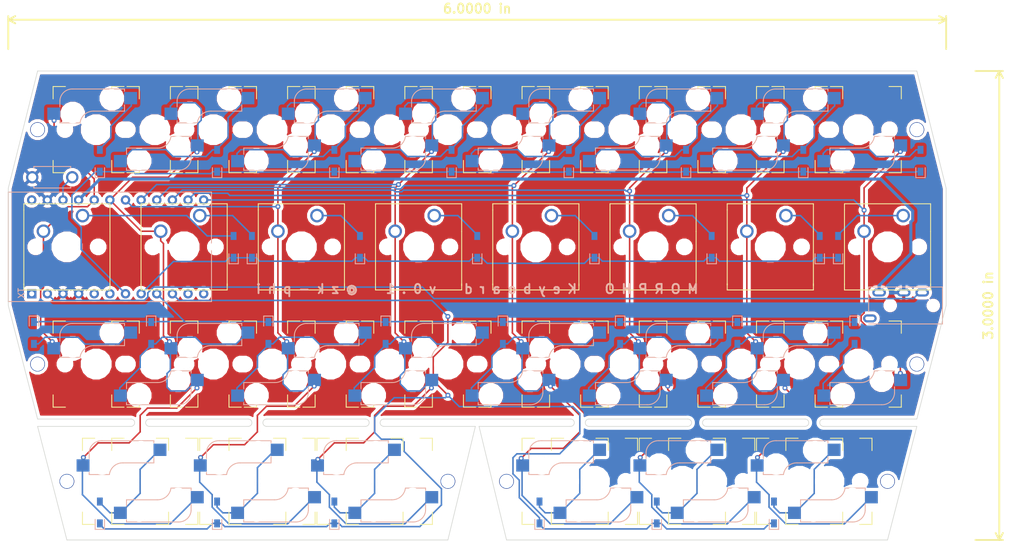
<source format=kicad_pcb>
(kicad_pcb (version 20171130) (host pcbnew "(5.0.1-3-g963ef8bb5)")
  (layers (0 F.Cu signal) (31 B.Cu signal) (34 B.Paste user) (35 F.Paste user) (36 B.SilkS user) (37 F.SilkS user) (38 B.Mask user) (39 F.Mask user) (44 Edge.Cuts user))
  (net 0 "")
  (net 1 "Net-(D1-Pad2)")
  (net 2 row0)
  (net 3 "Net-(D2-Pad2)")
  (net 4 row1)
  (net 5 "Net-(D3-Pad2)")
  (net 6 row2)
  (net 7 "Net-(D4-Pad2)")
  (net 8 row3)
  (net 9 "Net-(D5-Pad2)")
  (net 10 "Net-(D6-Pad2)")
  (net 11 "Net-(D7-Pad2)")
  (net 12 "Net-(D8-Pad2)")
  (net 13 "Net-(D9-Pad2)")
  (net 14 "Net-(D10-Pad2)")
  (net 15 "Net-(D11-Pad2)")
  (net 16 "Net-(D12-Pad2)")
  (net 17 "Net-(D13-Pad2)")
  (net 18 "Net-(D14-Pad2)")
  (net 19 "Net-(D15-Pad2)")
  (net 20 "Net-(D16-Pad2)")
  (net 21 "Net-(D17-Pad2)")
  (net 22 "Net-(D18-Pad2)")
  (net 23 "Net-(D19-Pad2)")
  (net 24 "Net-(D20-Pad2)")
  (net 25 "Net-(D21-Pad2)")
  (net 26 "Net-(D22-Pad2)")
  (net 27 "Net-(D23-Pad2)")
  (net 28 "Net-(D24-Pad2)")
  (net 29 data)
  (net 30 GND)
  (net 31 VCC)
  (net 32 reset)
  (net 33 col0)
  (net 34 col1)
  (net 35 col2)
  (net 36 col3)
  (net 37 col4)
  (net 38 col5)
  (net 39 col6)
  (net 40 "Net-(D25-Pad2)")
  (net 41 "Net-(D26-Pad2)")
  (net 42 "Net-(D27-Pad2)")
  (net 43 "Net-(D28-Pad2)")
  (net 44 "Net-(J1-PadA)")
  (net 45 col7)
  (net 46 "Net-(U1-Pad1)")
  (net 47 "Net-(U1-Pad5)")
  (net 48 "Net-(U1-Pad6)")
  (net 49 "Net-(U1-Pad11)")
  (net 50 "Net-(U1-Pad12)")
  (net 51 "Net-(U1-Pad24)")
  (net 52 "Net-(D29-Pad2)")
  (net 53 "Net-(D30-Pad2)")
  (module phi-kbd-library:M2_SCREW_HOLE (layer F.Cu) (at 156.00736 92.20228)
    (fp_text reference Ref**)
    (fp_text value Val**)
    (pad "" np_thru_hole circle (at 0 0) (size 2.4 2.4) (drill 2.2) (layers *.Cu *.Mask))
  )
  (module phi-kbd-library:MJ-4PP-9-irreversible (layer B.Cu) (at 160.174572 82.677224 180)
    (fp_text reference J1)
    (fp_text value MJ-4PP-9)
    (pad "" np_thru_hole circle (at 1.5 0 180) (size 1.2 1.2) (drill 1.2) (layers *.Cu *.Mask))
    (pad "" np_thru_hole circle (at 8.5 0 180) (size 1.2 1.2) (drill 1.2) (layers *.Cu *.Mask))
    (pad B thru_hole oval (at 3.3 2.1 180) (size 2.2 1.3) (drill oval 1.5 0.6) (layers *.Cu *.Mask) (net 29 data))
    (pad C thru_hole oval (at 6.3 2.1 180) (size 2.2 1.3) (drill oval 1.5 0.6) (layers *.Cu *.Mask) (net 30 GND))
    (pad D thru_hole oval (at 10.3 2.1 180) (size 2.2 1.3) (drill oval 1.5 0.6) (layers *.Cu *.Mask) (net 31 VCC))
    (pad A thru_hole oval (at 11.8 -2.1 180) (size 2.2 1.3) (drill oval 1.5 0.6) (layers *.Cu *.Mask) (net 44 "Net-(J1-PadA)"))
  )
  (module phi-kbd-library:ResetSW-irreversible (layer B.Cu) (at 15.512784 61.841164 180)
    (fp_text reference SW1 hide)
    (fp_text value SW_PUSH)
    (pad 2 thru_hole circle (at 3.25 0 180) (size 2 2) (drill 1.3) (layers *.Cu *.Mask) (net 30 GND))
    (pad 1 thru_hole circle (at -3.25 0 180) (size 2 2) (drill 1.3) (layers *.Cu *.Mask) (net 32 reset))
  )
  (module phi-kbd-library:ProMicro_Reversed_Conthrough-irreversible (layer B.Cu) (at 8.368992 73.152168)
    (fp_text reference U1)
    (fp_text value ProMicro hide)
    (fp_text user TX (at 2.1336 7.5184 90 unlocked) (layer B.SilkS) (effects (justify mirror)))
    (pad 1 thru_hole rect (at 3.81 7.62) (size 1.524 1.524) (drill 0.8128) (layers *.Cu *.Mask) (net 46 "Net-(U1-Pad1)"))
    (pad 2 thru_hole circle (at 6.35 7.62) (size 1.524 1.524) (drill 0.8128) (layers *.Cu *.Mask) (net 29 data))
    (pad 3 thru_hole circle (at 8.89 7.62) (size 1.524 1.524) (drill 0.8128) (layers *.Cu *.Mask) (net 30 GND))
    (pad 4 thru_hole circle (at 11.43 7.62) (size 1.524 1.524) (drill 0.8128) (layers *.Cu *.Mask) (net 30 GND))
    (pad 5 thru_hole circle (at 13.97 7.62) (size 1.524 1.524) (drill 0.8128) (layers *.Cu *.Mask) (net 47 "Net-(U1-Pad5)"))
    (pad 6 thru_hole circle (at 16.51 7.62) (size 1.524 1.524) (drill 0.8128) (layers *.Cu *.Mask) (net 48 "Net-(U1-Pad6)"))
    (pad 7 thru_hole circle (at 19.05 7.62) (size 1.524 1.524) (drill 0.8128) (layers *.Cu *.Mask) (net 2 row0))
    (pad 8 thru_hole circle (at 21.59 7.62) (size 1.524 1.524) (drill 0.8128) (layers *.Cu *.Mask) (net 4 row1))
    (pad 9 thru_hole circle (at 24.13 7.62) (size 1.524 1.524) (drill 0.8128) (layers *.Cu *.Mask) (net 6 row2))
    (pad 10 thru_hole circle (at 26.67 7.62) (size 1.524 1.524) (drill 0.8128) (layers *.Cu *.Mask) (net 8 row3))
    (pad 11 thru_hole circle (at 29.21 7.62) (size 1.524 1.524) (drill 0.8128) (layers *.Cu *.Mask) (net 49 "Net-(U1-Pad11)"))
    (pad 12 thru_hole circle (at 31.75 7.62) (size 1.524 1.524) (drill 0.8128) (layers *.Cu *.Mask) (net 50 "Net-(U1-Pad12)"))
    (pad 24 thru_hole circle (at 3.81 -7.62) (size 1.524 1.524) (drill 0.8128) (layers *.Cu *.Mask) (net 51 "Net-(U1-Pad24)"))
    (pad 23 thru_hole circle (at 6.35 -7.62) (size 1.524 1.524) (drill 0.8128) (layers *.Cu *.Mask) (net 30 GND))
    (pad 22 thru_hole circle (at 8.89 -7.62) (size 1.524 1.524) (drill 0.8128) (layers *.Cu *.Mask) (net 32 reset))
    (pad 21 thru_hole circle (at 11.43 -7.62) (size 1.524 1.524) (drill 0.8128) (layers *.Cu *.Mask) (net 31 VCC))
    (pad 20 thru_hole circle (at 13.97 -7.62) (size 1.524 1.524) (drill 0.8128) (layers *.Cu *.Mask) (net 33 col0))
    (pad 19 thru_hole circle (at 16.51 -7.62) (size 1.524 1.524) (drill 0.8128) (layers *.Cu *.Mask) (net 34 col1))
    (pad 18 thru_hole circle (at 19.05 -7.62) (size 1.524 1.524) (drill 0.8128) (layers *.Cu *.Mask) (net 35 col2))
    (pad 17 thru_hole circle (at 21.59 -7.62) (size 1.524 1.524) (drill 0.8128) (layers *.Cu *.Mask) (net 36 col3))
    (pad 16 thru_hole circle (at 24.13 -7.62) (size 1.524 1.524) (drill 0.8128) (layers *.Cu *.Mask) (net 37 col4))
    (pad 15 thru_hole circle (at 26.67 -7.62) (size 1.524 1.524) (drill 0.8128) (layers *.Cu *.Mask) (net 38 col5))
    (pad 14 thru_hole circle (at 29.21 -7.62) (size 1.524 1.524) (drill 0.8128) (layers *.Cu *.Mask) (net 39 col6))
    (pad 13 thru_hole circle (at 31.75 -7.62) (size 1.524 1.524) (drill 0.8128) (layers *.Cu *.Mask) (net 45 col7))
  )
  (module phi-kbd-library:MX_1.00u-irreversible (layer F.Cu) (at 36.94416 73.152168)
    (fp_text reference SW4)
    (fp_text value SW_PUSH hide)
    (pad 2 thru_hole circle (at 2.54 -5.08) (size 2.2 2.2) (drill 1.5) (layers *.Cu *.Mask) (net 3 "Net-(D2-Pad2)"))
    (pad 1 thru_hole circle (at -3.81 -2.54) (size 2.2 2.2) (drill 1.5) (layers *.Cu *.Mask) (net 34 col1))
    (pad "" np_thru_hole circle (at 0 0) (size 4 4) (drill 4) (layers *.Cu *.Mask))
    (pad "" np_thru_hole circle (at -5.08 0) (size 1.7 1.7) (drill 1.7) (layers *.Cu *.Mask))
    (pad "" np_thru_hole circle (at 5.08 0) (size 1.7 1.7) (drill 1.7) (layers *.Cu *.Mask))
  )
  (module phi-kbd-library:MX_1.00u-irreversible (layer F.Cu) (at 55.994272 73.152168)
    (fp_text reference SW11)
    (fp_text value SW_PUSH hide)
    (pad "" np_thru_hole circle (at 5.08 0) (size 1.7 1.7) (drill 1.7) (layers *.Cu *.Mask))
    (pad "" np_thru_hole circle (at -5.08 0) (size 1.7 1.7) (drill 1.7) (layers *.Cu *.Mask))
    (pad "" np_thru_hole circle (at 0 0) (size 4 4) (drill 4) (layers *.Cu *.Mask))
    (pad 1 thru_hole circle (at -3.81 -2.54) (size 2.2 2.2) (drill 1.5) (layers *.Cu *.Mask) (net 35 col2))
    (pad 2 thru_hole circle (at 2.54 -5.08) (size 2.2 2.2) (drill 1.5) (layers *.Cu *.Mask) (net 10 "Net-(D6-Pad2)"))
  )
  (module phi-kbd-library:MX_1.00u-irreversible (layer F.Cu) (at 75.044384 73.152168)
    (fp_text reference SW18)
    (fp_text value SW_PUSH hide)
    (pad 2 thru_hole circle (at 2.54 -5.08) (size 2.2 2.2) (drill 1.5) (layers *.Cu *.Mask) (net 14 "Net-(D10-Pad2)"))
    (pad 1 thru_hole circle (at -3.81 -2.54) (size 2.2 2.2) (drill 1.5) (layers *.Cu *.Mask) (net 36 col3))
    (pad "" np_thru_hole circle (at 0 0) (size 4 4) (drill 4) (layers *.Cu *.Mask))
    (pad "" np_thru_hole circle (at -5.08 0) (size 1.7 1.7) (drill 1.7) (layers *.Cu *.Mask))
    (pad "" np_thru_hole circle (at 5.08 0) (size 1.7 1.7) (drill 1.7) (layers *.Cu *.Mask))
  )
  (module phi-kbd-library:MX_1.00u-irreversible (layer F.Cu) (at 94.094496 73.152168)
    (fp_text reference SW23)
    (fp_text value SW_PUSH hide)
    (pad "" np_thru_hole circle (at 5.08 0) (size 1.7 1.7) (drill 1.7) (layers *.Cu *.Mask))
    (pad "" np_thru_hole circle (at -5.08 0) (size 1.7 1.7) (drill 1.7) (layers *.Cu *.Mask))
    (pad "" np_thru_hole circle (at 0 0) (size 4 4) (drill 4) (layers *.Cu *.Mask))
    (pad 1 thru_hole circle (at -3.81 -2.54) (size 2.2 2.2) (drill 1.5) (layers *.Cu *.Mask) (net 37 col4))
    (pad 2 thru_hole circle (at 2.54 -5.08) (size 2.2 2.2) (drill 1.5) (layers *.Cu *.Mask) (net 17 "Net-(D13-Pad2)"))
  )
  (module phi-kbd-library:MX_1.00u-irreversible (layer F.Cu) (at 113.144608 73.152168)
    (fp_text reference SW28)
    (fp_text value SW_PUSH hide)
    (pad "" np_thru_hole circle (at 5.08 0) (size 1.7 1.7) (drill 1.7) (layers *.Cu *.Mask))
    (pad "" np_thru_hole circle (at -5.08 0) (size 1.7 1.7) (drill 1.7) (layers *.Cu *.Mask))
    (pad "" np_thru_hole circle (at 0 0) (size 4 4) (drill 4) (layers *.Cu *.Mask))
    (pad 1 thru_hole circle (at -3.81 -2.54) (size 2.2 2.2) (drill 1.5) (layers *.Cu *.Mask) (net 38 col5))
    (pad 2 thru_hole circle (at 2.54 -5.08) (size 2.2 2.2) (drill 1.5) (layers *.Cu *.Mask) (net 20 "Net-(D16-Pad2)"))
  )
  (module phi-kbd-library:MX_1.00u-irreversible (layer F.Cu) (at 132.19472 73.152168)
    (fp_text reference SW35)
    (fp_text value SW_PUSH hide)
    (pad 2 thru_hole circle (at 2.54 -5.08) (size 2.2 2.2) (drill 1.5) (layers *.Cu *.Mask) (net 24 "Net-(D20-Pad2)"))
    (pad 1 thru_hole circle (at -3.81 -2.54) (size 2.2 2.2) (drill 1.5) (layers *.Cu *.Mask) (net 39 col6))
    (pad "" np_thru_hole circle (at 0 0) (size 4 4) (drill 4) (layers *.Cu *.Mask))
    (pad "" np_thru_hole circle (at -5.08 0) (size 1.7 1.7) (drill 1.7) (layers *.Cu *.Mask))
    (pad "" np_thru_hole circle (at 5.08 0) (size 1.7 1.7) (drill 1.7) (layers *.Cu *.Mask))
  )
  (module phi-kbd-library:MX_1.00u-irreversible (layer F.Cu) (at 17.894048 73.152168)
    (fp_text reference SW42)
    (fp_text value SW_PUSH hide)
    (pad 2 thru_hole circle (at 2.54 -5.08) (size 2.2 2.2) (drill 1.5) (layers *.Cu *.Mask) (net 41 "Net-(D26-Pad2)"))
    (pad 1 thru_hole circle (at -3.81 -2.54) (size 2.2 2.2) (drill 1.5) (layers *.Cu *.Mask) (net 33 col0))
    (pad "" np_thru_hole circle (at 0 0) (size 4 4) (drill 4) (layers *.Cu *.Mask))
    (pad "" np_thru_hole circle (at -5.08 0) (size 1.7 1.7) (drill 1.7) (layers *.Cu *.Mask))
    (pad "" np_thru_hole circle (at 5.08 0) (size 1.7 1.7) (drill 1.7) (layers *.Cu *.Mask))
  )
  (module phi-kbd-library:MX_1.00u-irreversible (layer F.Cu) (at 151.244832 73.152168)
    (fp_text reference SW45)
    (fp_text value SW_PUSH hide)
    (pad "" np_thru_hole circle (at 5.08 0) (size 1.7 1.7) (drill 1.7) (layers *.Cu *.Mask))
    (pad "" np_thru_hole circle (at -5.08 0) (size 1.7 1.7) (drill 1.7) (layers *.Cu *.Mask))
    (pad "" np_thru_hole circle (at 0 0) (size 4 4) (drill 4) (layers *.Cu *.Mask))
    (pad 1 thru_hole circle (at -3.81 -2.54) (size 2.2 2.2) (drill 1.5) (layers *.Cu *.Mask) (net 45 col7))
    (pad 2 thru_hole circle (at 2.54 -5.08) (size 2.2 2.2) (drill 1.5) (layers *.Cu *.Mask) (net 43 "Net-(D28-Pad2)"))
  )
  (module phi-kbd-library:D_SMD-irreversible (layer F.Cu) (at 42.302004 59.162242 90)
    (fp_text reference D1 hide)
    (fp_text value D hide)
    (pad 1 smd rect (at -1.775 0 90) (size 1.3 0.95) (layers B.Cu B.Paste B.Mask) (net 2 row0))
    (pad 2 smd rect (at 1.775 0 90) (size 1.3 0.95) (layers B.Cu B.Paste B.Mask) (net 1 "Net-(D1-Pad2)"))
  )
  (module phi-kbd-library:D_SMD-irreversible (layer F.Cu) (at 47.957506 73.152168 90)
    (fp_text reference D2 hide)
    (fp_text value D hide)
    (pad 1 smd rect (at -1.775 0 90) (size 1.3 0.95) (layers B.Cu B.Paste B.Mask) (net 4 row1))
    (pad 2 smd rect (at 1.775 0 90) (size 1.3 0.95) (layers B.Cu B.Paste B.Mask) (net 3 "Net-(D2-Pad2)"))
  )
  (module phi-kbd-library:D_SMD-irreversible (layer F.Cu) (at 31.586316 87.142094 270)
    (fp_text reference D3 hide)
    (fp_text value D hide)
    (pad 2 smd rect (at 1.775 0 270) (size 1.3 0.95) (layers B.Cu B.Paste B.Mask) (net 5 "Net-(D3-Pad2)"))
    (pad 1 smd rect (at -1.775 0 270) (size 1.3 0.95) (layers B.Cu B.Paste B.Mask) (net 6 row2))
  )
  (module phi-kbd-library:D_SMD-irreversible (layer F.Cu) (at 23.251892 116.312578 90)
    (fp_text reference D4 hide)
    (fp_text value D hide)
    (pad 1 smd rect (at -1.775 0 90) (size 1.3 0.95) (layers B.Cu B.Paste B.Mask) (net 8 row3))
    (pad 2 smd rect (at 1.775 0 90) (size 1.3 0.95) (layers B.Cu B.Paste B.Mask) (net 7 "Net-(D4-Pad2)"))
  )
  (module phi-kbd-library:D_SMD-irreversible (layer F.Cu) (at 61.352116 59.162242 90)
    (fp_text reference D5 hide)
    (fp_text value D hide)
    (pad 2 smd rect (at 1.775 0 90) (size 1.3 0.95) (layers B.Cu B.Paste B.Mask) (net 9 "Net-(D5-Pad2)"))
    (pad 1 smd rect (at -1.775 0 90) (size 1.3 0.95) (layers B.Cu B.Paste B.Mask) (net 2 row0))
  )
  (module phi-kbd-library:D_SMD-irreversible (layer F.Cu) (at 65.519328 73.152168 90)
    (fp_text reference D6 hide)
    (fp_text value D hide)
    (pad 1 smd rect (at -1.775 0 90) (size 1.3 0.95) (layers B.Cu B.Paste B.Mask) (net 4 row1))
    (pad 2 smd rect (at 1.775 0 90) (size 1.3 0.95) (layers B.Cu B.Paste B.Mask) (net 10 "Net-(D6-Pad2)"))
  )
  (module phi-kbd-library:D_SMD-irreversible (layer F.Cu) (at 50.636428 87.142094 270)
    (fp_text reference D7 hide)
    (fp_text value D hide)
    (pad 1 smd rect (at -1.775 0 270) (size 1.3 0.95) (layers B.Cu B.Paste B.Mask) (net 6 row2))
    (pad 2 smd rect (at 1.775 0 270) (size 1.3 0.95) (layers B.Cu B.Paste B.Mask) (net 11 "Net-(D7-Pad2)"))
  )
  (module phi-kbd-library:D_SMD-irreversible (layer F.Cu) (at 42.302004 116.312578 90)
    (fp_text reference D8 hide)
    (fp_text value D hide)
    (pad 2 smd rect (at 1.775 0 90) (size 1.3 0.95) (layers B.Cu B.Paste B.Mask) (net 12 "Net-(D8-Pad2)"))
    (pad 1 smd rect (at -1.775 0 90) (size 1.3 0.95) (layers B.Cu B.Paste B.Mask) (net 8 row3))
  )
  (module phi-kbd-library:D_SMD-irreversible (layer F.Cu) (at 80.402228 59.162242 90)
    (fp_text reference D9 hide)
    (fp_text value D hide)
    (pad 2 smd rect (at 1.775 0 90) (size 1.3 0.95) (layers B.Cu B.Paste B.Mask) (net 13 "Net-(D9-Pad2)"))
    (pad 1 smd rect (at -1.775 0 90) (size 1.3 0.95) (layers B.Cu B.Paste B.Mask) (net 2 row0))
  )
  (module phi-kbd-library:D_SMD-irreversible (layer F.Cu) (at 84.56944 73.152168 90)
    (fp_text reference D10 hide)
    (fp_text value D hide)
    (pad 2 smd rect (at 1.775 0 90) (size 1.3 0.95) (layers B.Cu B.Paste B.Mask) (net 14 "Net-(D10-Pad2)"))
    (pad 1 smd rect (at -1.775 0 90) (size 1.3 0.95) (layers B.Cu B.Paste B.Mask) (net 4 row1))
  )
  (module phi-kbd-library:D_SMD-irreversible (layer F.Cu) (at 69.68654 87.142094 270)
    (fp_text reference D11 hide)
    (fp_text value D hide)
    (pad 2 smd rect (at 1.775 0 270) (size 1.3 0.95) (layers B.Cu B.Paste B.Mask) (net 15 "Net-(D11-Pad2)"))
    (pad 1 smd rect (at -1.775 0 270) (size 1.3 0.95) (layers B.Cu B.Paste B.Mask) (net 6 row2))
  )
  (module phi-kbd-library:D_SMD-irreversible (layer F.Cu) (at 99.45234 59.162242 90)
    (fp_text reference D12 hide)
    (fp_text value D hide)
    (pad 2 smd rect (at 1.775 0 90) (size 1.3 0.95) (layers B.Cu B.Paste B.Mask) (net 16 "Net-(D12-Pad2)"))
    (pad 1 smd rect (at -1.775 0 90) (size 1.3 0.95) (layers B.Cu B.Paste B.Mask) (net 2 row0))
  )
  (module phi-kbd-library:D_SMD-irreversible (layer F.Cu) (at 103.619552 73.152168 90)
    (fp_text reference D13 hide)
    (fp_text value D hide)
    (pad 1 smd rect (at -1.775 0 90) (size 1.3 0.95) (layers B.Cu B.Paste B.Mask) (net 4 row1))
    (pad 2 smd rect (at 1.775 0 90) (size 1.3 0.95) (layers B.Cu B.Paste B.Mask) (net 17 "Net-(D13-Pad2)"))
  )
  (module phi-kbd-library:D_SMD-irreversible (layer F.Cu) (at 88.736652 87.142094 270)
    (fp_text reference D14 hide)
    (fp_text value D hide)
    (pad 1 smd rect (at -1.775 0 270) (size 1.3 0.95) (layers B.Cu B.Paste B.Mask) (net 6 row2))
    (pad 2 smd rect (at 1.775 0 270) (size 1.3 0.95) (layers B.Cu B.Paste B.Mask) (net 18 "Net-(D14-Pad2)"))
  )
  (module phi-kbd-library:D_SMD-irreversible (layer F.Cu) (at 118.502452 59.162242 90)
    (fp_text reference D15 hide)
    (fp_text value D hide)
    (pad 2 smd rect (at 1.775 0 90) (size 1.3 0.95) (layers B.Cu B.Paste B.Mask) (net 19 "Net-(D15-Pad2)"))
    (pad 1 smd rect (at -1.775 0 90) (size 1.3 0.95) (layers B.Cu B.Paste B.Mask) (net 2 row0))
  )
  (module phi-kbd-library:D_SMD-irreversible (layer F.Cu) (at 122.669664 73.152168 90)
    (fp_text reference D16 hide)
    (fp_text value D hide)
    (pad 2 smd rect (at 1.775 0 90) (size 1.3 0.95) (layers B.Cu B.Paste B.Mask) (net 20 "Net-(D16-Pad2)"))
    (pad 1 smd rect (at -1.775 0 90) (size 1.3 0.95) (layers B.Cu B.Paste B.Mask) (net 4 row1))
  )
  (module phi-kbd-library:D_SMD-irreversible (layer F.Cu) (at 107.786764 87.142094 270)
    (fp_text reference D17 hide)
    (fp_text value D hide)
    (pad 1 smd rect (at -1.775 0 270) (size 1.3 0.95) (layers B.Cu B.Paste B.Mask) (net 6 row2))
    (pad 2 smd rect (at 1.775 0 270) (size 1.3 0.95) (layers B.Cu B.Paste B.Mask) (net 21 "Net-(D17-Pad2)"))
  )
  (module phi-kbd-library:D_SMD-irreversible (layer F.Cu) (at 113.739924 116.312578 90)
    (fp_text reference D18 hide)
    (fp_text value D hide)
    (pad 2 smd rect (at 1.775 0 90) (size 1.3 0.95) (layers B.Cu B.Paste B.Mask) (net 22 "Net-(D18-Pad2)"))
    (pad 1 smd rect (at -1.775 0 90) (size 1.3 0.95) (layers B.Cu B.Paste B.Mask) (net 8 row3))
  )
  (module phi-kbd-library:D_SMD-irreversible (layer F.Cu) (at 137.552564 59.162242 90)
    (fp_text reference D19 hide)
    (fp_text value D hide)
    (pad 1 smd rect (at -1.775 0 90) (size 1.3 0.95) (layers B.Cu B.Paste B.Mask) (net 2 row0))
    (pad 2 smd rect (at 1.775 0 90) (size 1.3 0.95) (layers B.Cu B.Paste B.Mask) (net 23 "Net-(D19-Pad2)"))
  )
  (module phi-kbd-library:D_SMD-irreversible (layer F.Cu) (at 140.231486 73.152168 90)
    (fp_text reference D20 hide)
    (fp_text value D hide)
    (pad 1 smd rect (at -1.775 0 90) (size 1.3 0.95) (layers B.Cu B.Paste B.Mask) (net 4 row1))
    (pad 2 smd rect (at 1.775 0 90) (size 1.3 0.95) (layers B.Cu B.Paste B.Mask) (net 24 "Net-(D20-Pad2)"))
  )
  (module phi-kbd-library:D_SMD-irreversible (layer F.Cu) (at 126.836876 87.142094 270)
    (fp_text reference D21 hide)
    (fp_text value D hide)
    (pad 2 smd rect (at 1.775 0 270) (size 1.3 0.95) (layers B.Cu B.Paste B.Mask) (net 25 "Net-(D21-Pad2)"))
    (pad 1 smd rect (at -1.775 0 270) (size 1.3 0.95) (layers B.Cu B.Paste B.Mask) (net 6 row2))
  )
  (module phi-kbd-library:D_SMD-irreversible (layer F.Cu) (at 132.790036 116.312578 90)
    (fp_text reference D22 hide)
    (fp_text value D hide)
    (pad 1 smd rect (at -1.775 0 90) (size 1.3 0.95) (layers B.Cu B.Paste B.Mask) (net 8 row3))
    (pad 2 smd rect (at 1.775 0 90) (size 1.3 0.95) (layers B.Cu B.Paste B.Mask) (net 26 "Net-(D22-Pad2)"))
  )
  (module phi-kbd-library:D_SMD-irreversible (layer F.Cu) (at 156.602676 59.162242 90)
    (fp_text reference D23 hide)
    (fp_text value D hide)
    (pad 2 smd rect (at 1.775 0 90) (size 1.3 0.95) (layers B.Cu B.Paste B.Mask) (net 27 "Net-(D23-Pad2)"))
    (pad 1 smd rect (at -1.775 0 90) (size 1.3 0.95) (layers B.Cu B.Paste B.Mask) (net 2 row0))
  )
  (module phi-kbd-library:D_SMD-irreversible (layer F.Cu) (at 145.886988 87.142094 270)
    (fp_text reference D24 hide)
    (fp_text value D hide)
    (pad 2 smd rect (at 1.775 0 270) (size 1.3 0.95) (layers B.Cu B.Paste B.Mask) (net 28 "Net-(D24-Pad2)"))
    (pad 1 smd rect (at -1.775 0 270) (size 1.3 0.95) (layers B.Cu B.Paste B.Mask) (net 6 row2))
  )
  (module phi-kbd-library:D_SMD-irreversible (layer F.Cu) (at 23.251892 59.162242 90)
    (fp_text reference D25 hide)
    (fp_text value D hide)
    (pad 1 smd rect (at -1.775 0 90) (size 1.3 0.95) (layers B.Cu B.Paste B.Mask) (net 2 row0))
    (pad 2 smd rect (at 1.775 0 90) (size 1.3 0.95) (layers B.Cu B.Paste B.Mask) (net 40 "Net-(D25-Pad2)"))
  )
  (module phi-kbd-library:D_SMD-irreversible (layer F.Cu) (at 44.980926 73.152168 90)
    (fp_text reference D26 hide)
    (fp_text value D hide)
    (pad 1 smd rect (at -1.775 0 90) (size 1.3 0.95) (layers B.Cu B.Paste B.Mask) (net 4 row1))
    (pad 2 smd rect (at 1.775 0 90) (size 1.3 0.95) (layers B.Cu B.Paste B.Mask) (net 41 "Net-(D26-Pad2)"))
  )
  (module phi-kbd-library:D_SMD-irreversible (layer F.Cu) (at 12.536204 87.142094 270)
    (fp_text reference D27 hide)
    (fp_text value D hide)
    (pad 1 smd rect (at -1.775 0 270) (size 1.3 0.95) (layers B.Cu B.Paste B.Mask) (net 6 row2))
    (pad 2 smd rect (at 1.775 0 270) (size 1.3 0.95) (layers B.Cu B.Paste B.Mask) (net 42 "Net-(D27-Pad2)"))
  )
  (module phi-kbd-library:D_SMD-irreversible (layer F.Cu) (at 143.208066 73.152168 90)
    (fp_text reference D28 hide)
    (fp_text value D hide)
    (pad 1 smd rect (at -1.775 0 90) (size 1.3 0.95) (layers B.Cu B.Paste B.Mask) (net 4 row1))
    (pad 2 smd rect (at 1.775 0 90) (size 1.3 0.95) (layers B.Cu B.Paste B.Mask) (net 43 "Net-(D28-Pad2)"))
  )
  (module phi-kbd-library:D_SMD-irreversible (layer F.Cu) (at 61.352116 116.312578 90)
    (fp_text reference D29 hide)
    (fp_text value D hide)
    (pad 2 smd rect (at 1.775 0 90) (size 1.3 0.95) (layers B.Cu B.Paste B.Mask) (net 52 "Net-(D29-Pad2)"))
    (pad 1 smd rect (at -1.775 0 90) (size 1.3 0.95) (layers B.Cu B.Paste B.Mask) (net 8 row3))
  )
  (module phi-kbd-library:D_SMD-irreversible (layer F.Cu) (at 94.689812 116.312578 90)
    (fp_text reference D30 hide)
    (fp_text value D hide)
    (pad 2 smd rect (at 1.775 0 90) (size 1.3 0.95) (layers B.Cu B.Paste B.Mask) (net 53 "Net-(D30-Pad2)"))
    (pad 1 smd rect (at -1.775 0 90) (size 1.3 0.95) (layers B.Cu B.Paste B.Mask) (net 8 row3))
  )
  (module phi-kbd-library:M2_SCREW_HOLE (layer F.Cu) (at 156.00736 54.102056)
    (fp_text reference Ref**)
    (fp_text value Val**)
    (pad "" np_thru_hole circle (at 0 0) (size 2.4 2.4) (drill 2.2) (layers *.Cu *.Mask))
  )
  (module phi-kbd-library:M2_SCREW_HOLE (layer F.Cu) (at 151.244832 111.252392)
    (fp_text reference Ref**)
    (fp_text value Val**)
    (pad "" np_thru_hole circle (at 0 0) (size 2.4 2.4) (drill 2.2) (layers *.Cu *.Mask))
  )
  (module phi-kbd-library:M2_SCREW_HOLE (layer F.Cu) (at 89.331968 111.252392)
    (fp_text reference Ref**)
    (fp_text value Val**)
    (pad "" np_thru_hole circle (at 0 0) (size 2.4 2.4) (drill 2.2) (layers *.Cu *.Mask))
  )
  (module phi-kbd-library:M2_SCREW_HOLE (layer F.Cu) (at 79.806912 111.252392)
    (fp_text reference Ref**)
    (fp_text value Val**)
    (pad "" np_thru_hole circle (at 0 0) (size 2.4 2.4) (drill 2.2) (layers *.Cu *.Mask))
  )
  (module phi-kbd-library:M2_SCREW_HOLE (layer F.Cu) (at 17.894048 111.252392)
    (fp_text reference Ref**)
    (fp_text value Val**)
    (pad "" np_thru_hole circle (at 0 0) (size 2.4 2.4) (drill 2.2) (layers *.Cu *.Mask))
  )
  (module phi-kbd-library:M2_SCREW_HOLE (layer F.Cu) (at 13.13152 92.20228)
    (fp_text reference Ref**)
    (fp_text value Val**)
    (pad "" np_thru_hole circle (at 0 0) (size 2.4 2.4) (drill 2.2) (layers *.Cu *.Mask))
  )
  (module phi-kbd-library:M2_SCREW_HOLE (layer F.Cu) (at 13.13152 54.102056)
    (fp_text reference Ref**)
    (fp_text value Val**)
    (pad "" np_thru_hole circle (at 0 0) (size 2.4 2.4) (drill 2.2) (layers *.Cu *.Mask))
  )
  (module phi-kbd-library:_MX_Hotswap-1.00u-irreversible-smaller-pad (layer F.Cu) (at 32.181632 54.102056 180)
    (fp_text reference SW2 hide)
    (fp_text value SW_PUSH hide)
    (pad 2 smd rect (at 5.6 -5.12) (size 2.1 2) (layers B.Cu B.Paste B.Mask) (net 1 "Net-(D1-Pad2)"))
    (pad "" np_thru_hole circle (at -5.08 0 180) (size 1.7 1.7) (drill 1.7) (layers *.Cu *.Mask))
    (pad "" np_thru_hole circle (at 5.08 0 180) (size 1.7 1.7) (drill 1.7) (layers *.Cu *.Mask))
    (pad "" np_thru_hole circle (at 0 0 270) (size 4 4) (drill 4) (layers *.Cu *.Mask))
    (pad "" np_thru_hole circle (at 2.54 -5.08) (size 3 3) (drill 3) (layers *.Cu *.Mask))
    (pad "" np_thru_hole circle (at -3.81 -2.54) (size 3 3) (drill 3) (layers *.Cu *.Mask))
    (pad 1 smd rect (at -6.9 -2.58) (size 2.1 2) (layers B.Cu B.Paste B.Mask) (net 34 col1))
  )
  (module phi-kbd-library:_MX_Hotswap-1.00u-irreversible-smaller-pad (layer F.Cu) (at 41.706688 54.102056)
    (fp_text reference SW3 hide)
    (fp_text value SW_PUSH hide)
    (pad 1 smd rect (at -6.9 -2.58 180) (size 2.1 2) (layers B.Cu B.Paste B.Mask) (net 34 col1))
    (pad "" np_thru_hole circle (at -3.81 -2.54 180) (size 3 3) (drill 3) (layers *.Cu *.Mask))
    (pad "" np_thru_hole circle (at 2.54 -5.08 180) (size 3 3) (drill 3) (layers *.Cu *.Mask))
    (pad "" np_thru_hole circle (at 0 0 90) (size 4 4) (drill 4) (layers *.Cu *.Mask))
    (pad "" np_thru_hole circle (at 5.08 0) (size 1.7 1.7) (drill 1.7) (layers *.Cu *.Mask))
    (pad "" np_thru_hole circle (at -5.08 0) (size 1.7 1.7) (drill 1.7) (layers *.Cu *.Mask))
    (pad 2 smd rect (at 5.6 -5.12 180) (size 2.1 2) (layers B.Cu B.Paste B.Mask) (net 1 "Net-(D1-Pad2)"))
  )
  (module phi-kbd-library:_MX_Hotswap-1.00u-irreversible-smaller-pad (layer F.Cu) (at 32.181632 92.20228 180)
    (fp_text reference SW5 hide)
    (fp_text value SW_PUSH hide)
    (pad 1 smd rect (at -6.9 -2.58) (size 2.1 2) (layers B.Cu B.Paste B.Mask) (net 34 col1))
    (pad "" np_thru_hole circle (at -3.81 -2.54) (size 3 3) (drill 3) (layers *.Cu *.Mask))
    (pad "" np_thru_hole circle (at 2.54 -5.08) (size 3 3) (drill 3) (layers *.Cu *.Mask))
    (pad "" np_thru_hole circle (at 0 0 270) (size 4 4) (drill 4) (layers *.Cu *.Mask))
    (pad "" np_thru_hole circle (at 5.08 0 180) (size 1.7 1.7) (drill 1.7) (layers *.Cu *.Mask))
    (pad "" np_thru_hole circle (at -5.08 0 180) (size 1.7 1.7) (drill 1.7) (layers *.Cu *.Mask))
    (pad 2 smd rect (at 5.6 -5.12) (size 2.1 2) (layers B.Cu B.Paste B.Mask) (net 5 "Net-(D3-Pad2)"))
  )
  (module phi-kbd-library:_MX_Hotswap-1.00u-irreversible-smaller-pad (layer F.Cu) (at 41.706688 92.20228)
    (fp_text reference SW6 hide)
    (fp_text value SW_PUSH hide)
    (pad 2 smd rect (at 5.6 -5.12 180) (size 2.1 2) (layers B.Cu B.Paste B.Mask) (net 5 "Net-(D3-Pad2)"))
    (pad "" np_thru_hole circle (at -5.08 0) (size 1.7 1.7) (drill 1.7) (layers *.Cu *.Mask))
    (pad "" np_thru_hole circle (at 5.08 0) (size 1.7 1.7) (drill 1.7) (layers *.Cu *.Mask))
    (pad "" np_thru_hole circle (at 0 0 90) (size 4 4) (drill 4) (layers *.Cu *.Mask))
    (pad "" np_thru_hole circle (at 2.54 -5.08 180) (size 3 3) (drill 3) (layers *.Cu *.Mask))
    (pad "" np_thru_hole circle (at -3.81 -2.54 180) (size 3 3) (drill 3) (layers *.Cu *.Mask))
    (pad 1 smd rect (at -6.9 -2.58 180) (size 2.1 2) (layers B.Cu B.Paste B.Mask) (net 34 col1))
  )
  (module phi-kbd-library:_MX_Hotswap-1.00u-irreversible-smaller-pad (layer F.Cu) (at 27.419104 111.252392)
    (fp_text reference SW7 hide)
    (fp_text value SW_PUSH hide)
    (pad 2 smd rect (at 5.6 -5.12 180) (size 2.1 2) (layers B.Cu B.Paste B.Mask) (net 7 "Net-(D4-Pad2)"))
    (pad "" np_thru_hole circle (at -5.08 0) (size 1.7 1.7) (drill 1.7) (layers *.Cu *.Mask))
    (pad "" np_thru_hole circle (at 5.08 0) (size 1.7 1.7) (drill 1.7) (layers *.Cu *.Mask))
    (pad "" np_thru_hole circle (at 0 0 90) (size 4 4) (drill 4) (layers *.Cu *.Mask))
    (pad "" np_thru_hole circle (at 2.54 -5.08 180) (size 3 3) (drill 3) (layers *.Cu *.Mask))
    (pad "" np_thru_hole circle (at -3.81 -2.54 180) (size 3 3) (drill 3) (layers *.Cu *.Mask))
    (pad 1 smd rect (at -6.9 -2.58 180) (size 2.1 2) (layers B.Cu B.Paste B.Mask) (net 34 col1))
  )
  (module phi-kbd-library:_MX_Hotswap-1.00u-irreversible-smaller-pad (layer F.Cu) (at 32.181632 111.252392 180)
    (fp_text reference SW8 hide)
    (fp_text value SW_PUSH hide)
    (pad 1 smd rect (at -6.9 -2.58) (size 2.1 2) (layers B.Cu B.Paste B.Mask) (net 34 col1))
    (pad "" np_thru_hole circle (at -3.81 -2.54) (size 3 3) (drill 3) (layers *.Cu *.Mask))
    (pad "" np_thru_hole circle (at 2.54 -5.08) (size 3 3) (drill 3) (layers *.Cu *.Mask))
    (pad "" np_thru_hole circle (at 0 0 270) (size 4 4) (drill 4) (layers *.Cu *.Mask))
    (pad "" np_thru_hole circle (at 5.08 0 180) (size 1.7 1.7) (drill 1.7) (layers *.Cu *.Mask))
    (pad "" np_thru_hole circle (at -5.08 0 180) (size 1.7 1.7) (drill 1.7) (layers *.Cu *.Mask))
    (pad 2 smd rect (at 5.6 -5.12) (size 2.1 2) (layers B.Cu B.Paste B.Mask) (net 7 "Net-(D4-Pad2)"))
  )
  (module phi-kbd-library:_MX_Hotswap-1.00u-irreversible-smaller-pad (layer F.Cu) (at 51.231744 54.102056 180)
    (fp_text reference SW9 hide)
    (fp_text value SW_PUSH hide)
    (pad 2 smd rect (at 5.6 -5.12) (size 2.1 2) (layers B.Cu B.Paste B.Mask) (net 9 "Net-(D5-Pad2)"))
    (pad "" np_thru_hole circle (at -5.08 0 180) (size 1.7 1.7) (drill 1.7) (layers *.Cu *.Mask))
    (pad "" np_thru_hole circle (at 5.08 0 180) (size 1.7 1.7) (drill 1.7) (layers *.Cu *.Mask))
    (pad "" np_thru_hole circle (at 0 0 270) (size 4 4) (drill 4) (layers *.Cu *.Mask))
    (pad "" np_thru_hole circle (at 2.54 -5.08) (size 3 3) (drill 3) (layers *.Cu *.Mask))
    (pad "" np_thru_hole circle (at -3.81 -2.54) (size 3 3) (drill 3) (layers *.Cu *.Mask))
    (pad 1 smd rect (at -6.9 -2.58) (size 2.1 2) (layers B.Cu B.Paste B.Mask) (net 35 col2))
  )
  (module phi-kbd-library:_MX_Hotswap-1.00u-irreversible-smaller-pad (layer F.Cu) (at 60.7568 54.102056)
    (fp_text reference SW10 hide)
    (fp_text value SW_PUSH hide)
    (pad 2 smd rect (at 5.6 -5.12 180) (size 2.1 2) (layers B.Cu B.Paste B.Mask) (net 9 "Net-(D5-Pad2)"))
    (pad "" np_thru_hole circle (at -5.08 0) (size 1.7 1.7) (drill 1.7) (layers *.Cu *.Mask))
    (pad "" np_thru_hole circle (at 5.08 0) (size 1.7 1.7) (drill 1.7) (layers *.Cu *.Mask))
    (pad "" np_thru_hole circle (at 0 0 90) (size 4 4) (drill 4) (layers *.Cu *.Mask))
    (pad "" np_thru_hole circle (at 2.54 -5.08 180) (size 3 3) (drill 3) (layers *.Cu *.Mask))
    (pad "" np_thru_hole circle (at -3.81 -2.54 180) (size 3 3) (drill 3) (layers *.Cu *.Mask))
    (pad 1 smd rect (at -6.9 -2.58 180) (size 2.1 2) (layers B.Cu B.Paste B.Mask) (net 35 col2))
  )
  (module phi-kbd-library:_MX_Hotswap-1.00u-irreversible-smaller-pad (layer F.Cu) (at 51.231744 92.20228 180)
    (fp_text reference SW12 hide)
    (fp_text value SW_PUSH hide)
    (pad 2 smd rect (at 5.6 -5.12) (size 2.1 2) (layers B.Cu B.Paste B.Mask) (net 11 "Net-(D7-Pad2)"))
    (pad "" np_thru_hole circle (at -5.08 0 180) (size 1.7 1.7) (drill 1.7) (layers *.Cu *.Mask))
    (pad "" np_thru_hole circle (at 5.08 0 180) (size 1.7 1.7) (drill 1.7) (layers *.Cu *.Mask))
    (pad "" np_thru_hole circle (at 0 0 270) (size 4 4) (drill 4) (layers *.Cu *.Mask))
    (pad "" np_thru_hole circle (at 2.54 -5.08) (size 3 3) (drill 3) (layers *.Cu *.Mask))
    (pad "" np_thru_hole circle (at -3.81 -2.54) (size 3 3) (drill 3) (layers *.Cu *.Mask))
    (pad 1 smd rect (at -6.9 -2.58) (size 2.1 2) (layers B.Cu B.Paste B.Mask) (net 35 col2))
  )
  (module phi-kbd-library:_MX_Hotswap-1.00u-irreversible-smaller-pad (layer F.Cu) (at 60.7568 92.20228)
    (fp_text reference SW13 hide)
    (fp_text value SW_PUSH hide)
    (pad 1 smd rect (at -6.9 -2.58 180) (size 2.1 2) (layers B.Cu B.Paste B.Mask) (net 35 col2))
    (pad "" np_thru_hole circle (at -3.81 -2.54 180) (size 3 3) (drill 3) (layers *.Cu *.Mask))
    (pad "" np_thru_hole circle (at 2.54 -5.08 180) (size 3 3) (drill 3) (layers *.Cu *.Mask))
    (pad "" np_thru_hole circle (at 0 0 90) (size 4 4) (drill 4) (layers *.Cu *.Mask))
    (pad "" np_thru_hole circle (at 5.08 0) (size 1.7 1.7) (drill 1.7) (layers *.Cu *.Mask))
    (pad "" np_thru_hole circle (at -5.08 0) (size 1.7 1.7) (drill 1.7) (layers *.Cu *.Mask))
    (pad 2 smd rect (at 5.6 -5.12 180) (size 2.1 2) (layers B.Cu B.Paste B.Mask) (net 11 "Net-(D7-Pad2)"))
  )
  (module phi-kbd-library:_MX_Hotswap-1.00u-irreversible-smaller-pad (layer F.Cu) (at 51.231744 111.252392 180)
    (fp_text reference SW14 hide)
    (fp_text value SW_PUSH hide)
    (pad 1 smd rect (at -6.9 -2.58) (size 2.1 2) (layers B.Cu B.Paste B.Mask) (net 35 col2))
    (pad "" np_thru_hole circle (at -3.81 -2.54) (size 3 3) (drill 3) (layers *.Cu *.Mask))
    (pad "" np_thru_hole circle (at 2.54 -5.08) (size 3 3) (drill 3) (layers *.Cu *.Mask))
    (pad "" np_thru_hole circle (at 0 0 270) (size 4 4) (drill 4) (layers *.Cu *.Mask))
    (pad "" np_thru_hole circle (at 5.08 0 180) (size 1.7 1.7) (drill 1.7) (layers *.Cu *.Mask))
    (pad "" np_thru_hole circle (at -5.08 0 180) (size 1.7 1.7) (drill 1.7) (layers *.Cu *.Mask))
    (pad 2 smd rect (at 5.6 -5.12) (size 2.1 2) (layers B.Cu B.Paste B.Mask) (net 12 "Net-(D8-Pad2)"))
  )
  (module phi-kbd-library:_MX_Hotswap-1.00u-irreversible-smaller-pad (layer F.Cu) (at 46.469216 111.252392)
    (fp_text reference SW15 hide)
    (fp_text value SW_PUSH hide)
    (pad 2 smd rect (at 5.6 -5.12 180) (size 2.1 2) (layers B.Cu B.Paste B.Mask) (net 12 "Net-(D8-Pad2)"))
    (pad "" np_thru_hole circle (at -5.08 0) (size 1.7 1.7) (drill 1.7) (layers *.Cu *.Mask))
    (pad "" np_thru_hole circle (at 5.08 0) (size 1.7 1.7) (drill 1.7) (layers *.Cu *.Mask))
    (pad "" np_thru_hole circle (at 0 0 90) (size 4 4) (drill 4) (layers *.Cu *.Mask))
    (pad "" np_thru_hole circle (at 2.54 -5.08 180) (size 3 3) (drill 3) (layers *.Cu *.Mask))
    (pad "" np_thru_hole circle (at -3.81 -2.54 180) (size 3 3) (drill 3) (layers *.Cu *.Mask))
    (pad 1 smd rect (at -6.9 -2.58 180) (size 2.1 2) (layers B.Cu B.Paste B.Mask) (net 35 col2))
  )
  (module phi-kbd-library:_MX_Hotswap-1.00u-irreversible-smaller-pad (layer F.Cu) (at 70.281856 54.102056 180)
    (fp_text reference SW16 hide)
    (fp_text value SW_PUSH hide)
    (pad 1 smd rect (at -6.9 -2.58) (size 2.1 2) (layers B.Cu B.Paste B.Mask) (net 36 col3))
    (pad "" np_thru_hole circle (at -3.81 -2.54) (size 3 3) (drill 3) (layers *.Cu *.Mask))
    (pad "" np_thru_hole circle (at 2.54 -5.08) (size 3 3) (drill 3) (layers *.Cu *.Mask))
    (pad "" np_thru_hole circle (at 0 0 270) (size 4 4) (drill 4) (layers *.Cu *.Mask))
    (pad "" np_thru_hole circle (at 5.08 0 180) (size 1.7 1.7) (drill 1.7) (layers *.Cu *.Mask))
    (pad "" np_thru_hole circle (at -5.08 0 180) (size 1.7 1.7) (drill 1.7) (layers *.Cu *.Mask))
    (pad 2 smd rect (at 5.6 -5.12) (size 2.1 2) (layers B.Cu B.Paste B.Mask) (net 13 "Net-(D9-Pad2)"))
  )
  (module phi-kbd-library:_MX_Hotswap-1.00u-irreversible-smaller-pad (layer F.Cu) (at 79.806912 54.102056)
    (fp_text reference SW17 hide)
    (fp_text value SW_PUSH hide)
    (pad 2 smd rect (at 5.6 -5.12 180) (size 2.1 2) (layers B.Cu B.Paste B.Mask) (net 13 "Net-(D9-Pad2)"))
    (pad "" np_thru_hole circle (at -5.08 0) (size 1.7 1.7) (drill 1.7) (layers *.Cu *.Mask))
    (pad "" np_thru_hole circle (at 5.08 0) (size 1.7 1.7) (drill 1.7) (layers *.Cu *.Mask))
    (pad "" np_thru_hole circle (at 0 0 90) (size 4 4) (drill 4) (layers *.Cu *.Mask))
    (pad "" np_thru_hole circle (at 2.54 -5.08 180) (size 3 3) (drill 3) (layers *.Cu *.Mask))
    (pad "" np_thru_hole circle (at -3.81 -2.54 180) (size 3 3) (drill 3) (layers *.Cu *.Mask))
    (pad 1 smd rect (at -6.9 -2.58 180) (size 2.1 2) (layers B.Cu B.Paste B.Mask) (net 36 col3))
  )
  (module phi-kbd-library:_MX_Hotswap-1.00u-irreversible-smaller-pad (layer F.Cu) (at 70.281856 92.20228 180)
    (fp_text reference SW19 hide)
    (fp_text value SW_PUSH hide)
    (pad 1 smd rect (at -6.9 -2.58) (size 2.1 2) (layers B.Cu B.Paste B.Mask) (net 36 col3))
    (pad "" np_thru_hole circle (at -3.81 -2.54) (size 3 3) (drill 3) (layers *.Cu *.Mask))
    (pad "" np_thru_hole circle (at 2.54 -5.08) (size 3 3) (drill 3) (layers *.Cu *.Mask))
    (pad "" np_thru_hole circle (at 0 0 270) (size 4 4) (drill 4) (layers *.Cu *.Mask))
    (pad "" np_thru_hole circle (at 5.08 0 180) (size 1.7 1.7) (drill 1.7) (layers *.Cu *.Mask))
    (pad "" np_thru_hole circle (at -5.08 0 180) (size 1.7 1.7) (drill 1.7) (layers *.Cu *.Mask))
    (pad 2 smd rect (at 5.6 -5.12) (size 2.1 2) (layers B.Cu B.Paste B.Mask) (net 15 "Net-(D11-Pad2)"))
  )
  (module phi-kbd-library:_MX_Hotswap-1.00u-irreversible-smaller-pad (layer F.Cu) (at 79.806912 92.20228)
    (fp_text reference SW20 hide)
    (fp_text value SW_PUSH hide)
    (pad 2 smd rect (at 5.6 -5.12 180) (size 2.1 2) (layers B.Cu B.Paste B.Mask) (net 15 "Net-(D11-Pad2)"))
    (pad "" np_thru_hole circle (at -5.08 0) (size 1.7 1.7) (drill 1.7) (layers *.Cu *.Mask))
    (pad "" np_thru_hole circle (at 5.08 0) (size 1.7 1.7) (drill 1.7) (layers *.Cu *.Mask))
    (pad "" np_thru_hole circle (at 0 0 90) (size 4 4) (drill 4) (layers *.Cu *.Mask))
    (pad "" np_thru_hole circle (at 2.54 -5.08 180) (size 3 3) (drill 3) (layers *.Cu *.Mask))
    (pad "" np_thru_hole circle (at -3.81 -2.54 180) (size 3 3) (drill 3) (layers *.Cu *.Mask))
    (pad 1 smd rect (at -6.9 -2.58 180) (size 2.1 2) (layers B.Cu B.Paste B.Mask) (net 36 col3))
  )
  (module phi-kbd-library:_MX_Hotswap-1.00u-irreversible-smaller-pad (layer F.Cu) (at 89.331968 54.102056 180)
    (fp_text reference SW21 hide)
    (fp_text value SW_PUSH hide)
    (pad 2 smd rect (at 5.6 -5.12) (size 2.1 2) (layers B.Cu B.Paste B.Mask) (net 16 "Net-(D12-Pad2)"))
    (pad "" np_thru_hole circle (at -5.08 0 180) (size 1.7 1.7) (drill 1.7) (layers *.Cu *.Mask))
    (pad "" np_thru_hole circle (at 5.08 0 180) (size 1.7 1.7) (drill 1.7) (layers *.Cu *.Mask))
    (pad "" np_thru_hole circle (at 0 0 270) (size 4 4) (drill 4) (layers *.Cu *.Mask))
    (pad "" np_thru_hole circle (at 2.54 -5.08) (size 3 3) (drill 3) (layers *.Cu *.Mask))
    (pad "" np_thru_hole circle (at -3.81 -2.54) (size 3 3) (drill 3) (layers *.Cu *.Mask))
    (pad 1 smd rect (at -6.9 -2.58) (size 2.1 2) (layers B.Cu B.Paste B.Mask) (net 37 col4))
  )
  (module phi-kbd-library:_MX_Hotswap-1.00u-irreversible-smaller-pad (layer F.Cu) (at 98.857024 54.102056)
    (fp_text reference SW22 hide)
    (fp_text value SW_PUSH hide)
    (pad 1 smd rect (at -6.9 -2.58 180) (size 2.1 2) (layers B.Cu B.Paste B.Mask) (net 37 col4))
    (pad "" np_thru_hole circle (at -3.81 -2.54 180) (size 3 3) (drill 3) (layers *.Cu *.Mask))
    (pad "" np_thru_hole circle (at 2.54 -5.08 180) (size 3 3) (drill 3) (layers *.Cu *.Mask))
    (pad "" np_thru_hole circle (at 0 0 90) (size 4 4) (drill 4) (layers *.Cu *.Mask))
    (pad "" np_thru_hole circle (at 5.08 0) (size 1.7 1.7) (drill 1.7) (layers *.Cu *.Mask))
    (pad "" np_thru_hole circle (at -5.08 0) (size 1.7 1.7) (drill 1.7) (layers *.Cu *.Mask))
    (pad 2 smd rect (at 5.6 -5.12 180) (size 2.1 2) (layers B.Cu B.Paste B.Mask) (net 16 "Net-(D12-Pad2)"))
  )
  (module phi-kbd-library:_MX_Hotswap-1.00u-irreversible-smaller-pad (layer F.Cu) (at 89.331968 92.20228 180)
    (fp_text reference SW24 hide)
    (fp_text value SW_PUSH hide)
    (pad 1 smd rect (at -6.9 -2.58) (size 2.1 2) (layers B.Cu B.Paste B.Mask) (net 37 col4))
    (pad "" np_thru_hole circle (at -3.81 -2.54) (size 3 3) (drill 3) (layers *.Cu *.Mask))
    (pad "" np_thru_hole circle (at 2.54 -5.08) (size 3 3) (drill 3) (layers *.Cu *.Mask))
    (pad "" np_thru_hole circle (at 0 0 270) (size 4 4) (drill 4) (layers *.Cu *.Mask))
    (pad "" np_thru_hole circle (at 5.08 0 180) (size 1.7 1.7) (drill 1.7) (layers *.Cu *.Mask))
    (pad "" np_thru_hole circle (at -5.08 0 180) (size 1.7 1.7) (drill 1.7) (layers *.Cu *.Mask))
    (pad 2 smd rect (at 5.6 -5.12) (size 2.1 2) (layers B.Cu B.Paste B.Mask) (net 18 "Net-(D14-Pad2)"))
  )
  (module phi-kbd-library:_MX_Hotswap-1.00u-irreversible-smaller-pad (layer F.Cu) (at 98.857024 92.20228)
    (fp_text reference SW25 hide)
    (fp_text value SW_PUSH hide)
    (pad 1 smd rect (at -6.9 -2.58 180) (size 2.1 2) (layers B.Cu B.Paste B.Mask) (net 37 col4))
    (pad "" np_thru_hole circle (at -3.81 -2.54 180) (size 3 3) (drill 3) (layers *.Cu *.Mask))
    (pad "" np_thru_hole circle (at 2.54 -5.08 180) (size 3 3) (drill 3) (layers *.Cu *.Mask))
    (pad "" np_thru_hole circle (at 0 0 90) (size 4 4) (drill 4) (layers *.Cu *.Mask))
    (pad "" np_thru_hole circle (at 5.08 0) (size 1.7 1.7) (drill 1.7) (layers *.Cu *.Mask))
    (pad "" np_thru_hole circle (at -5.08 0) (size 1.7 1.7) (drill 1.7) (layers *.Cu *.Mask))
    (pad 2 smd rect (at 5.6 -5.12 180) (size 2.1 2) (layers B.Cu B.Paste B.Mask) (net 18 "Net-(D14-Pad2)"))
  )
  (module phi-kbd-library:_MX_Hotswap-1.00u-irreversible-smaller-pad (layer F.Cu) (at 108.38208 54.102056 180)
    (fp_text reference SW26 hide)
    (fp_text value SW_PUSH hide)
    (pad 2 smd rect (at 5.6 -5.12) (size 2.1 2) (layers B.Cu B.Paste B.Mask) (net 19 "Net-(D15-Pad2)"))
    (pad "" np_thru_hole circle (at -5.08 0 180) (size 1.7 1.7) (drill 1.7) (layers *.Cu *.Mask))
    (pad "" np_thru_hole circle (at 5.08 0 180) (size 1.7 1.7) (drill 1.7) (layers *.Cu *.Mask))
    (pad "" np_thru_hole circle (at 0 0 270) (size 4 4) (drill 4) (layers *.Cu *.Mask))
    (pad "" np_thru_hole circle (at 2.54 -5.08) (size 3 3) (drill 3) (layers *.Cu *.Mask))
    (pad "" np_thru_hole circle (at -3.81 -2.54) (size 3 3) (drill 3) (layers *.Cu *.Mask))
    (pad 1 smd rect (at -6.9 -2.58) (size 2.1 2) (layers B.Cu B.Paste B.Mask) (net 38 col5))
  )
  (module phi-kbd-library:_MX_Hotswap-1.00u-irreversible-smaller-pad (layer F.Cu) (at 117.907136 54.102056)
    (fp_text reference SW27 hide)
    (fp_text value SW_PUSH hide)
    (pad 2 smd rect (at 5.6 -5.12 180) (size 2.1 2) (layers B.Cu B.Paste B.Mask) (net 19 "Net-(D15-Pad2)"))
    (pad "" np_thru_hole circle (at -5.08 0) (size 1.7 1.7) (drill 1.7) (layers *.Cu *.Mask))
    (pad "" np_thru_hole circle (at 5.08 0) (size 1.7 1.7) (drill 1.7) (layers *.Cu *.Mask))
    (pad "" np_thru_hole circle (at 0 0 90) (size 4 4) (drill 4) (layers *.Cu *.Mask))
    (pad "" np_thru_hole circle (at 2.54 -5.08 180) (size 3 3) (drill 3) (layers *.Cu *.Mask))
    (pad "" np_thru_hole circle (at -3.81 -2.54 180) (size 3 3) (drill 3) (layers *.Cu *.Mask))
    (pad 1 smd rect (at -6.9 -2.58 180) (size 2.1 2) (layers B.Cu B.Paste B.Mask) (net 38 col5))
  )
  (module phi-kbd-library:_MX_Hotswap-1.00u-irreversible-smaller-pad (layer F.Cu) (at 108.38208 92.20228 180)
    (fp_text reference SW29 hide)
    (fp_text value SW_PUSH hide)
    (pad 1 smd rect (at -6.9 -2.58) (size 2.1 2) (layers B.Cu B.Paste B.Mask) (net 38 col5))
    (pad "" np_thru_hole circle (at -3.81 -2.54) (size 3 3) (drill 3) (layers *.Cu *.Mask))
    (pad "" np_thru_hole circle (at 2.54 -5.08) (size 3 3) (drill 3) (layers *.Cu *.Mask))
    (pad "" np_thru_hole circle (at 0 0 270) (size 4 4) (drill 4) (layers *.Cu *.Mask))
    (pad "" np_thru_hole circle (at 5.08 0 180) (size 1.7 1.7) (drill 1.7) (layers *.Cu *.Mask))
    (pad "" np_thru_hole circle (at -5.08 0 180) (size 1.7 1.7) (drill 1.7) (layers *.Cu *.Mask))
    (pad 2 smd rect (at 5.6 -5.12) (size 2.1 2) (layers B.Cu B.Paste B.Mask) (net 21 "Net-(D17-Pad2)"))
  )
  (module phi-kbd-library:_MX_Hotswap-1.00u-irreversible-smaller-pad (layer F.Cu) (at 117.907136 92.20228)
    (fp_text reference SW30 hide)
    (fp_text value SW_PUSH hide)
    (pad 2 smd rect (at 5.6 -5.12 180) (size 2.1 2) (layers B.Cu B.Paste B.Mask) (net 21 "Net-(D17-Pad2)"))
    (pad "" np_thru_hole circle (at -5.08 0) (size 1.7 1.7) (drill 1.7) (layers *.Cu *.Mask))
    (pad "" np_thru_hole circle (at 5.08 0) (size 1.7 1.7) (drill 1.7) (layers *.Cu *.Mask))
    (pad "" np_thru_hole circle (at 0 0 90) (size 4 4) (drill 4) (layers *.Cu *.Mask))
    (pad "" np_thru_hole circle (at 2.54 -5.08 180) (size 3 3) (drill 3) (layers *.Cu *.Mask))
    (pad "" np_thru_hole circle (at -3.81 -2.54 180) (size 3 3) (drill 3) (layers *.Cu *.Mask))
    (pad 1 smd rect (at -6.9 -2.58 180) (size 2.1 2) (layers B.Cu B.Paste B.Mask) (net 38 col5))
  )
  (module phi-kbd-library:_MX_Hotswap-1.00u-irreversible-smaller-pad (layer F.Cu) (at 117.907136 111.252392)
    (fp_text reference SW31 hide)
    (fp_text value SW_PUSH hide)
    (pad 2 smd rect (at 5.6 -5.12 180) (size 2.1 2) (layers B.Cu B.Paste B.Mask) (net 22 "Net-(D18-Pad2)"))
    (pad "" np_thru_hole circle (at -5.08 0) (size 1.7 1.7) (drill 1.7) (layers *.Cu *.Mask))
    (pad "" np_thru_hole circle (at 5.08 0) (size 1.7 1.7) (drill 1.7) (layers *.Cu *.Mask))
    (pad "" np_thru_hole circle (at 0 0 90) (size 4 4) (drill 4) (layers *.Cu *.Mask))
    (pad "" np_thru_hole circle (at 2.54 -5.08 180) (size 3 3) (drill 3) (layers *.Cu *.Mask))
    (pad "" np_thru_hole circle (at -3.81 -2.54 180) (size 3 3) (drill 3) (layers *.Cu *.Mask))
    (pad 1 smd rect (at -6.9 -2.58 180) (size 2.1 2) (layers B.Cu B.Paste B.Mask) (net 38 col5))
  )
  (module phi-kbd-library:_MX_Hotswap-1.00u-irreversible-smaller-pad (layer F.Cu) (at 122.669664 111.252392 180)
    (fp_text reference SW32 hide)
    (fp_text value SW_PUSH hide)
    (pad 1 smd rect (at -6.9 -2.58) (size 2.1 2) (layers B.Cu B.Paste B.Mask) (net 38 col5))
    (pad "" np_thru_hole circle (at -3.81 -2.54) (size 3 3) (drill 3) (layers *.Cu *.Mask))
    (pad "" np_thru_hole circle (at 2.54 -5.08) (size 3 3) (drill 3) (layers *.Cu *.Mask))
    (pad "" np_thru_hole circle (at 0 0 270) (size 4 4) (drill 4) (layers *.Cu *.Mask))
    (pad "" np_thru_hole circle (at 5.08 0 180) (size 1.7 1.7) (drill 1.7) (layers *.Cu *.Mask))
    (pad "" np_thru_hole circle (at -5.08 0 180) (size 1.7 1.7) (drill 1.7) (layers *.Cu *.Mask))
    (pad 2 smd rect (at 5.6 -5.12) (size 2.1 2) (layers B.Cu B.Paste B.Mask) (net 22 "Net-(D18-Pad2)"))
  )
  (module phi-kbd-library:_MX_Hotswap-1.00u-irreversible-smaller-pad (layer F.Cu) (at 127.432192 54.102056 180)
    (fp_text reference SW33 hide)
    (fp_text value SW_PUSH hide)
    (pad 2 smd rect (at 5.6 -5.12) (size 2.1 2) (layers B.Cu B.Paste B.Mask) (net 23 "Net-(D19-Pad2)"))
    (pad "" np_thru_hole circle (at -5.08 0 180) (size 1.7 1.7) (drill 1.7) (layers *.Cu *.Mask))
    (pad "" np_thru_hole circle (at 5.08 0 180) (size 1.7 1.7) (drill 1.7) (layers *.Cu *.Mask))
    (pad "" np_thru_hole circle (at 0 0 270) (size 4 4) (drill 4) (layers *.Cu *.Mask))
    (pad "" np_thru_hole circle (at 2.54 -5.08) (size 3 3) (drill 3) (layers *.Cu *.Mask))
    (pad "" np_thru_hole circle (at -3.81 -2.54) (size 3 3) (drill 3) (layers *.Cu *.Mask))
    (pad 1 smd rect (at -6.9 -2.58) (size 2.1 2) (layers B.Cu B.Paste B.Mask) (net 39 col6))
  )
  (module phi-kbd-library:_MX_Hotswap-1.00u-irreversible-smaller-pad (layer F.Cu) (at 136.957248 54.102056)
    (fp_text reference SW34 hide)
    (fp_text value SW_PUSH hide)
    (pad 1 smd rect (at -6.9 -2.58 180) (size 2.1 2) (layers B.Cu B.Paste B.Mask) (net 39 col6))
    (pad "" np_thru_hole circle (at -3.81 -2.54 180) (size 3 3) (drill 3) (layers *.Cu *.Mask))
    (pad "" np_thru_hole circle (at 2.54 -5.08 180) (size 3 3) (drill 3) (layers *.Cu *.Mask))
    (pad "" np_thru_hole circle (at 0 0 90) (size 4 4) (drill 4) (layers *.Cu *.Mask))
    (pad "" np_thru_hole circle (at 5.08 0) (size 1.7 1.7) (drill 1.7) (layers *.Cu *.Mask))
    (pad "" np_thru_hole circle (at -5.08 0) (size 1.7 1.7) (drill 1.7) (layers *.Cu *.Mask))
    (pad 2 smd rect (at 5.6 -5.12 180) (size 2.1 2) (layers B.Cu B.Paste B.Mask) (net 23 "Net-(D19-Pad2)"))
  )
  (module phi-kbd-library:_MX_Hotswap-1.00u-irreversible-smaller-pad (layer F.Cu) (at 127.432192 92.20228 180)
    (fp_text reference SW36 hide)
    (fp_text value SW_PUSH hide)
    (pad 1 smd rect (at -6.9 -2.58) (size 2.1 2) (layers B.Cu B.Paste B.Mask) (net 39 col6))
    (pad "" np_thru_hole circle (at -3.81 -2.54) (size 3 3) (drill 3) (layers *.Cu *.Mask))
    (pad "" np_thru_hole circle (at 2.54 -5.08) (size 3 3) (drill 3) (layers *.Cu *.Mask))
    (pad "" np_thru_hole circle (at 0 0 270) (size 4 4) (drill 4) (layers *.Cu *.Mask))
    (pad "" np_thru_hole circle (at 5.08 0 180) (size 1.7 1.7) (drill 1.7) (layers *.Cu *.Mask))
    (pad "" np_thru_hole circle (at -5.08 0 180) (size 1.7 1.7) (drill 1.7) (layers *.Cu *.Mask))
    (pad 2 smd rect (at 5.6 -5.12) (size 2.1 2) (layers B.Cu B.Paste B.Mask) (net 25 "Net-(D21-Pad2)"))
  )
  (module phi-kbd-library:_MX_Hotswap-1.00u-irreversible-smaller-pad (layer F.Cu) (at 136.957248 92.20228)
    (fp_text reference SW37 hide)
    (fp_text value SW_PUSH hide)
    (pad 1 smd rect (at -6.9 -2.58 180) (size 2.1 2) (layers B.Cu B.Paste B.Mask) (net 39 col6))
    (pad "" np_thru_hole circle (at -3.81 -2.54 180) (size 3 3) (drill 3) (layers *.Cu *.Mask))
    (pad "" np_thru_hole circle (at 2.54 -5.08 180) (size 3 3) (drill 3) (layers *.Cu *.Mask))
    (pad "" np_thru_hole circle (at 0 0 90) (size 4 4) (drill 4) (layers *.Cu *.Mask))
    (pad "" np_thru_hole circle (at 5.08 0) (size 1.7 1.7) (drill 1.7) (layers *.Cu *.Mask))
    (pad "" np_thru_hole circle (at -5.08 0) (size 1.7 1.7) (drill 1.7) (layers *.Cu *.Mask))
    (pad 2 smd rect (at 5.6 -5.12 180) (size 2.1 2) (layers B.Cu B.Paste B.Mask) (net 25 "Net-(D21-Pad2)"))
  )
  (module phi-kbd-library:_MX_Hotswap-1.00u-irreversible-smaller-pad (layer F.Cu) (at 136.957248 111.252392)
    (fp_text reference SW38 hide)
    (fp_text value SW_PUSH hide)
    (pad 1 smd rect (at -6.9 -2.58 180) (size 2.1 2) (layers B.Cu B.Paste B.Mask) (net 39 col6))
    (pad "" np_thru_hole circle (at -3.81 -2.54 180) (size 3 3) (drill 3) (layers *.Cu *.Mask))
    (pad "" np_thru_hole circle (at 2.54 -5.08 180) (size 3 3) (drill 3) (layers *.Cu *.Mask))
    (pad "" np_thru_hole circle (at 0 0 90) (size 4 4) (drill 4) (layers *.Cu *.Mask))
    (pad "" np_thru_hole circle (at 5.08 0) (size 1.7 1.7) (drill 1.7) (layers *.Cu *.Mask))
    (pad "" np_thru_hole circle (at -5.08 0) (size 1.7 1.7) (drill 1.7) (layers *.Cu *.Mask))
    (pad 2 smd rect (at 5.6 -5.12 180) (size 2.1 2) (layers B.Cu B.Paste B.Mask) (net 26 "Net-(D22-Pad2)"))
  )
  (module phi-kbd-library:_MX_Hotswap-1.00u-irreversible-smaller-pad (layer F.Cu) (at 141.719776 111.252392 180)
    (fp_text reference SW39 hide)
    (fp_text value SW_PUSH hide)
    (pad 2 smd rect (at 5.6 -5.12) (size 2.1 2) (layers B.Cu B.Paste B.Mask) (net 26 "Net-(D22-Pad2)"))
    (pad "" np_thru_hole circle (at -5.08 0 180) (size 1.7 1.7) (drill 1.7) (layers *.Cu *.Mask))
    (pad "" np_thru_hole circle (at 5.08 0 180) (size 1.7 1.7) (drill 1.7) (layers *.Cu *.Mask))
    (pad "" np_thru_hole circle (at 0 0 270) (size 4 4) (drill 4) (layers *.Cu *.Mask))
    (pad "" np_thru_hole circle (at 2.54 -5.08) (size 3 3) (drill 3) (layers *.Cu *.Mask))
    (pad "" np_thru_hole circle (at -3.81 -2.54) (size 3 3) (drill 3) (layers *.Cu *.Mask))
    (pad 1 smd rect (at -6.9 -2.58) (size 2.1 2) (layers B.Cu B.Paste B.Mask) (net 39 col6))
  )
  (module phi-kbd-library:_MX_Hotswap-1.00u-irreversible-smaller-pad (layer F.Cu) (at 22.656576 54.102056)
    (fp_text reference SW40 hide)
    (fp_text value SW_PUSH hide)
    (pad 2 smd rect (at 5.6 -5.12 180) (size 2.1 2) (layers B.Cu B.Paste B.Mask) (net 40 "Net-(D25-Pad2)"))
    (pad "" np_thru_hole circle (at -5.08 0) (size 1.7 1.7) (drill 1.7) (layers *.Cu *.Mask))
    (pad "" np_thru_hole circle (at 5.08 0) (size 1.7 1.7) (drill 1.7) (layers *.Cu *.Mask))
    (pad "" np_thru_hole circle (at 0 0 90) (size 4 4) (drill 4) (layers *.Cu *.Mask))
    (pad "" np_thru_hole circle (at 2.54 -5.08 180) (size 3 3) (drill 3) (layers *.Cu *.Mask))
    (pad "" np_thru_hole circle (at -3.81 -2.54 180) (size 3 3) (drill 3) (layers *.Cu *.Mask))
    (pad 1 smd rect (at -6.9 -2.58 180) (size 2.1 2) (layers B.Cu B.Paste B.Mask) (net 33 col0))
  )
  (module phi-kbd-library:_MX_Hotswap-1.00u-irreversible-smaller-pad (layer F.Cu) (at 146.482304 54.102056 180)
    (fp_text reference SW41 hide)
    (fp_text value SW_PUSH hide)
    (pad 2 smd rect (at 5.6 -5.12) (size 2.1 2) (layers B.Cu B.Paste B.Mask) (net 27 "Net-(D23-Pad2)"))
    (pad "" np_thru_hole circle (at -5.08 0 180) (size 1.7 1.7) (drill 1.7) (layers *.Cu *.Mask))
    (pad "" np_thru_hole circle (at 5.08 0 180) (size 1.7 1.7) (drill 1.7) (layers *.Cu *.Mask))
    (pad "" np_thru_hole circle (at 0 0 270) (size 4 4) (drill 4) (layers *.Cu *.Mask))
    (pad "" np_thru_hole circle (at 2.54 -5.08) (size 3 3) (drill 3) (layers *.Cu *.Mask))
    (pad "" np_thru_hole circle (at -3.81 -2.54) (size 3 3) (drill 3) (layers *.Cu *.Mask))
    (pad 1 smd rect (at -6.9 -2.58) (size 2.1 2) (layers B.Cu B.Paste B.Mask) (net 45 col7))
  )
  (module phi-kbd-library:_MX_Hotswap-1.00u-irreversible-smaller-pad (layer F.Cu) (at 146.482304 92.20228 180)
    (fp_text reference SW43 hide)
    (fp_text value SW_PUSH hide)
    (pad 1 smd rect (at -6.9 -2.58) (size 2.1 2) (layers B.Cu B.Paste B.Mask) (net 45 col7))
    (pad "" np_thru_hole circle (at -3.81 -2.54) (size 3 3) (drill 3) (layers *.Cu *.Mask))
    (pad "" np_thru_hole circle (at 2.54 -5.08) (size 3 3) (drill 3) (layers *.Cu *.Mask))
    (pad "" np_thru_hole circle (at 0 0 270) (size 4 4) (drill 4) (layers *.Cu *.Mask))
    (pad "" np_thru_hole circle (at 5.08 0 180) (size 1.7 1.7) (drill 1.7) (layers *.Cu *.Mask))
    (pad "" np_thru_hole circle (at -5.08 0 180) (size 1.7 1.7) (drill 1.7) (layers *.Cu *.Mask))
    (pad 2 smd rect (at 5.6 -5.12) (size 2.1 2) (layers B.Cu B.Paste B.Mask) (net 28 "Net-(D24-Pad2)"))
  )
  (module phi-kbd-library:_MX_Hotswap-1.00u-irreversible-smaller-pad (layer F.Cu) (at 22.656576 92.20228)
    (fp_text reference SW44 hide)
    (fp_text value SW_PUSH hide)
    (pad 1 smd rect (at -6.9 -2.58 180) (size 2.1 2) (layers B.Cu B.Paste B.Mask) (net 33 col0))
    (pad "" np_thru_hole circle (at -3.81 -2.54 180) (size 3 3) (drill 3) (layers *.Cu *.Mask))
    (pad "" np_thru_hole circle (at 2.54 -5.08 180) (size 3 3) (drill 3) (layers *.Cu *.Mask))
    (pad "" np_thru_hole circle (at 0 0 90) (size 4 4) (drill 4) (layers *.Cu *.Mask))
    (pad "" np_thru_hole circle (at 5.08 0) (size 1.7 1.7) (drill 1.7) (layers *.Cu *.Mask))
    (pad "" np_thru_hole circle (at -5.08 0) (size 1.7 1.7) (drill 1.7) (layers *.Cu *.Mask))
    (pad 2 smd rect (at 5.6 -5.12 180) (size 2.1 2) (layers B.Cu B.Paste B.Mask) (net 42 "Net-(D27-Pad2)"))
  )
  (module phi-kbd-library:_MX_Hotswap-1.00u-irreversible-smaller-pad (layer F.Cu) (at 65.519328 111.252392)
    (fp_text reference SW46 hide)
    (fp_text value SW_PUSH hide)
    (pad 1 smd rect (at -6.9 -2.58 180) (size 2.1 2) (layers B.Cu B.Paste B.Mask) (net 36 col3))
    (pad "" np_thru_hole circle (at -3.81 -2.54 180) (size 3 3) (drill 3) (layers *.Cu *.Mask))
    (pad "" np_thru_hole circle (at 2.54 -5.08 180) (size 3 3) (drill 3) (layers *.Cu *.Mask))
    (pad "" np_thru_hole circle (at 0 0 90) (size 4 4) (drill 4) (layers *.Cu *.Mask))
    (pad "" np_thru_hole circle (at 5.08 0) (size 1.7 1.7) (drill 1.7) (layers *.Cu *.Mask))
    (pad "" np_thru_hole circle (at -5.08 0) (size 1.7 1.7) (drill 1.7) (layers *.Cu *.Mask))
    (pad 2 smd rect (at 5.6 -5.12 180) (size 2.1 2) (layers B.Cu B.Paste B.Mask) (net 52 "Net-(D29-Pad2)"))
  )
  (module phi-kbd-library:_MX_Hotswap-1.00u-irreversible-smaller-pad (layer F.Cu) (at 70.281856 111.252392 180)
    (fp_text reference SW47 hide)
    (fp_text value SW_PUSH hide)
    (pad 2 smd rect (at 5.6 -5.12) (size 2.1 2) (layers B.Cu B.Paste B.Mask) (net 52 "Net-(D29-Pad2)"))
    (pad "" np_thru_hole circle (at -5.08 0 180) (size 1.7 1.7) (drill 1.7) (layers *.Cu *.Mask))
    (pad "" np_thru_hole circle (at 5.08 0 180) (size 1.7 1.7) (drill 1.7) (layers *.Cu *.Mask))
    (pad "" np_thru_hole circle (at 0 0 270) (size 4 4) (drill 4) (layers *.Cu *.Mask))
    (pad "" np_thru_hole circle (at 2.54 -5.08) (size 3 3) (drill 3) (layers *.Cu *.Mask))
    (pad "" np_thru_hole circle (at -3.81 -2.54) (size 3 3) (drill 3) (layers *.Cu *.Mask))
    (pad 1 smd rect (at -6.9 -2.58) (size 2.1 2) (layers B.Cu B.Paste B.Mask) (net 36 col3))
  )
  (module phi-kbd-library:_MX_Hotswap-1.00u-irreversible-smaller-pad (layer F.Cu) (at 98.857024 111.252392)
    (fp_text reference SW48 hide)
    (fp_text value SW_PUSH hide)
    (pad 1 smd rect (at -6.9 -2.58 180) (size 2.1 2) (layers B.Cu B.Paste B.Mask) (net 37 col4))
    (pad "" np_thru_hole circle (at -3.81 -2.54 180) (size 3 3) (drill 3) (layers *.Cu *.Mask))
    (pad "" np_thru_hole circle (at 2.54 -5.08 180) (size 3 3) (drill 3) (layers *.Cu *.Mask))
    (pad "" np_thru_hole circle (at 0 0 90) (size 4 4) (drill 4) (layers *.Cu *.Mask))
    (pad "" np_thru_hole circle (at 5.08 0) (size 1.7 1.7) (drill 1.7) (layers *.Cu *.Mask))
    (pad "" np_thru_hole circle (at -5.08 0) (size 1.7 1.7) (drill 1.7) (layers *.Cu *.Mask))
    (pad 2 smd rect (at 5.6 -5.12 180) (size 2.1 2) (layers B.Cu B.Paste B.Mask) (net 53 "Net-(D30-Pad2)"))
  )
  (module phi-kbd-library:_MX_Hotswap-1.00u-irreversible-smaller-pad (layer F.Cu) (at 103.619552 111.252392 180)
    (fp_text reference SW49 hide)
    (fp_text value SW_PUSH hide)
    (pad 2 smd rect (at 5.6 -5.12) (size 2.1 2) (layers B.Cu B.Paste B.Mask) (net 53 "Net-(D30-Pad2)"))
    (pad "" np_thru_hole circle (at -5.08 0 180) (size 1.7 1.7) (drill 1.7) (layers *.Cu *.Mask))
    (pad "" np_thru_hole circle (at 5.08 0 180) (size 1.7 1.7) (drill 1.7) (layers *.Cu *.Mask))
    (pad "" np_thru_hole circle (at 0 0 270) (size 4 4) (drill 4) (layers *.Cu *.Mask))
    (pad "" np_thru_hole circle (at 2.54 -5.08) (size 3 3) (drill 3) (layers *.Cu *.Mask))
    (pad "" np_thru_hole circle (at -3.81 -2.54) (size 3 3) (drill 3) (layers *.Cu *.Mask))
    (pad 1 smd rect (at -6.9 -2.58) (size 2.1 2) (layers B.Cu B.Paste B.Mask) (net 37 col4))
  )
  (dimension 76.200448 (width 0.3) (layer F.SilkS) (gr_text "76.200 mm" (at 171.50197 82.677224 270) (layer F.SilkS) (effects (font (size 1.5 1.5) (thickness 0.3)))) (feature1 (pts (xy 165.532416 120.777448) (xy 169.988391 120.777448))) (feature2 (pts (xy 165.532416 44.577) (xy 169.988391 44.577))) (crossbar (pts (xy 169.40197 44.577) (xy 169.40197 120.777448))) (arrow1a (pts (xy 169.40197 120.777448) (xy 168.815549 119.650944))) (arrow1b (pts (xy 169.40197 120.777448) (xy 169.988391 119.650944))) (arrow2a (pts (xy 169.40197 44.577) (xy 168.815549 45.703504))) (arrow2b (pts (xy 169.40197 44.577) (xy 169.988391 45.703504))))
  (dimension 152.400896 (width 0.3) (layer F.SilkS) (gr_text "152.401 mm" (at 84.56944 34.142576) (layer F.SilkS) (effects (font (size 1.5 1.5) (thickness 0.3)))) (feature1 (pts (xy 160.769888 41.005104) (xy 160.769888 35.656155))) (feature2 (pts (xy 8.368992 41.005104) (xy 8.368992 35.656155))) (crossbar (pts (xy 8.368992 36.242576) (xy 160.769888 36.242576))) (arrow1a (pts (xy 160.769888 36.242576) (xy 159.643384 36.828997))) (arrow1b (pts (xy 160.769888 36.242576) (xy 159.643384 35.656155))) (arrow2a (pts (xy 8.368992 36.242576) (xy 9.495496 36.828997))) (arrow2b (pts (xy 8.368992 36.242576) (xy 9.495496 35.656155))))
  (gr_line (start 102.726578 102.322652) (end 118.80011 102.322652) (layer Edge.Cuts) (width 0.1))
  (gr_line (start 102.726578 101.13202) (end 118.80011 101.13202) (layer Edge.Cuts) (width 0.1))
  (gr_arc (start 102.726578 101.727336) (end 102.726578 101.13202) (angle -180) (layer Edge.Cuts) (width 0.1))
  (gr_arc (start 99.749998 101.727336) (end 99.749998 102.322652) (angle -180) (layer Edge.Cuts) (width 0.1))
  (gr_line (start 66.412302 102.322652) (end 50.33877 102.322652) (layer Edge.Cuts) (width 0.1))
  (gr_line (start 50.33877 101.13202) (end 66.412302 101.13202) (layer Edge.Cuts) (width 0.1))
  (gr_arc (start 69.388882 101.727336) (end 69.388882 101.13202) (angle -180) (layer Edge.Cuts) (width 0.1))
  (gr_arc (start 66.412302 101.727336) (end 66.412302 102.322652) (angle -180) (layer Edge.Cuts) (width 0.1))
  (gr_text "M O R P H O    K e y b o a r d    v 0 . 1    @ z k - p h i" (at 84.56944 79.998302) (layer B.SilkS) (effects (font (size 1.5 1.5) (thickness 0.3)) (justify mirror)))
  (gr_line (start 28.312078 101.13202) (end 13.13152 101.13202) (layer Edge.Cuts) (width 0.1))
  (gr_line (start 28.312078 102.322652) (end 13.13152 102.322652) (layer Edge.Cuts) (width 0.1))
  (gr_line (start 31.288658 101.13202) (end 47.36219 101.13202) (layer Edge.Cuts) (width 0.1))
  (gr_line (start 47.36219 102.322652) (end 31.288658 102.322652) (layer Edge.Cuts) (width 0.1))
  (gr_line (start 84.271782 102.322652) (end 69.388882 102.322652) (layer Edge.Cuts) (width 0.1))
  (gr_arc (start 47.36219 101.727336) (end 47.36219 102.322652) (angle -180) (layer Edge.Cuts) (width 0.1))
  (gr_arc (start 50.33877 101.727336) (end 50.33877 101.13202) (angle -180) (layer Edge.Cuts) (width 0.1))
  (gr_arc (start 31.288658 101.727336) (end 31.288658 101.13202) (angle -180) (layer Edge.Cuts) (width 0.1))
  (gr_arc (start 28.312078 101.727336) (end 28.312078 102.322652) (angle -180) (layer Edge.Cuts) (width 0.1))
  (gr_arc (start 118.80011 101.727336) (end 118.80011 102.322652) (angle -180) (layer Edge.Cuts) (width 0.1))
  (gr_arc (start 121.77669 101.727336) (end 121.77669 101.13202) (angle -180) (layer Edge.Cuts) (width 0.1))
  (gr_arc (start 137.850222 101.727336) (end 137.850222 102.322652) (angle -180) (layer Edge.Cuts) (width 0.1))
  (gr_arc (start 140.826802 101.727336) (end 140.826802 101.13202) (angle -180) (layer Edge.Cuts) (width 0.1))
  (gr_line (start 137.850222 102.322652) (end 121.77669 102.322652) (layer Edge.Cuts) (width 0.1))
  (gr_line (start 121.77669 101.13202) (end 137.850222 101.13202) (layer Edge.Cuts) (width 0.1))
  (gr_line (start 99.749998 102.322652) (end 84.867098 102.322652) (layer Edge.Cuts) (width 0.1))
  (gr_line (start 99.749998 101.13202) (end 69.388882 101.13202) (layer Edge.Cuts) (width 0.1))
  (gr_line (start 156.00736 102.322652) (end 140.826802 102.322652) (layer Edge.Cuts) (width 0.1))
  (gr_line (start 140.826802 101.13202) (end 156.00736 101.13202) (layer Edge.Cuts) (width 0.1))
  (gr_line (start 8.368992 82.677224) (end 8.368992 63.627112) (layer Edge.Cuts) (width 0.1))
  (gr_line (start 13.13152 101.13202) (end 8.368992 82.677224) (layer Edge.Cuts) (width 0.1))
  (gr_line (start 17.894048 120.777448) (end 13.13152 102.322652) (layer Edge.Cuts) (width 0.1))
  (gr_line (start 79.806912 120.777448) (end 17.894048 120.777448) (layer Edge.Cuts) (width 0.1))
  (gr_line (start 84.271782 102.322652) (end 79.806912 120.777448) (layer Edge.Cuts) (width 0.1))
  (gr_line (start 89.331968 120.777448) (end 84.867098 102.322652) (layer Edge.Cuts) (width 0.1))
  (gr_line (start 151.244832 120.777448) (end 89.331968 120.777448) (layer Edge.Cuts) (width 0.1))
  (gr_line (start 156.00736 102.322652) (end 151.244832 120.777448) (layer Edge.Cuts) (width 0.1))
  (gr_line (start 160.769888 82.677224) (end 156.00736 101.13202) (layer Edge.Cuts) (width 0.1))
  (gr_line (start 160.769888 63.627112) (end 160.769888 82.677224) (layer Edge.Cuts) (width 0.1))
  (gr_line (start 156.00736 44.577) (end 160.769888 63.627112) (layer Edge.Cuts) (width 0.1))
  (gr_line (start 13.13152 44.577) (end 156.00736 44.577) (layer Edge.Cuts) (width 0.1))
  (gr_line (start 8.368992 63.627112) (end 13.13152 44.577) (layer Edge.Cuts) (width 0.1))
  (segment (start 44.081689 55.432557) (end 42.302004 57.212242) (width 0.25) (layer B.Cu) (net 1))
  (segment (start 42.302004 57.212242) (end 42.302004 57.387242) (width 0.25) (layer B.Cu) (net 1))
  (segment (start 44.081689 52.157055) (end 44.081689 55.432557) (width 0.25) (layer B.Cu) (net 1))
  (segment (start 47.256688 48.982056) (end 44.081689 52.157055) (width 0.25) (layer B.Cu) (net 1))
  (segment (start 47.406688 48.982056) (end 47.256688 48.982056) (width 0.25) (layer B.Cu) (net 1))
  (segment (start 41.577004 57.387242) (end 42.302004 57.387242) (width 0.25) (layer B.Cu) (net 1))
  (segment (start 35.115631 58.467057) (end 40.497189 58.467057) (width 0.25) (layer B.Cu) (net 1))
  (segment (start 34.005629 57.357055) (end 35.115631 58.467057) (width 0.25) (layer B.Cu) (net 1))
  (segment (start 28.496633 57.357055) (end 34.005629 57.357055) (width 0.25) (layer B.Cu) (net 1))
  (segment (start 40.497189 58.467057) (end 41.577004 57.387242) (width 0.25) (layer B.Cu) (net 1))
  (segment (start 26.631632 59.222056) (end 28.496633 57.357055) (width 0.25) (layer B.Cu) (net 1))
  (segment (start 26.481632 59.222056) (end 26.631632 59.222056) (width 0.25) (layer B.Cu) (net 1))
  (segment (start 28.695816 60.937242) (end 29.004422 61.245848) (width 0.25) (layer B.Cu) (net 2))
  (segment (start 23.251892 60.937242) (end 28.695816 60.937242) (width 0.25) (layer B.Cu) (net 2))
  (segment (start 41.577004 60.937242) (end 42.302004 60.937242) (width 0.25) (layer B.Cu) (net 2))
  (segment (start 41.268398 61.245848) (end 41.577004 60.937242) (width 0.25) (layer B.Cu) (net 2))
  (segment (start 29.004422 61.245848) (end 41.268398 61.245848) (width 0.25) (layer B.Cu) (net 2))
  (segment (start 60.627116 60.937242) (end 61.352116 60.937242) (width 0.25) (layer B.Cu) (net 2))
  (segment (start 43.027004 60.937242) (end 43.096819 61.007057) (width 0.25) (layer B.Cu) (net 2))
  (segment (start 60.557301 61.007057) (end 60.627116 60.937242) (width 0.25) (layer B.Cu) (net 2))
  (segment (start 43.096819 61.007057) (end 60.557301 61.007057) (width 0.25) (layer B.Cu) (net 2))
  (segment (start 42.302004 60.937242) (end 43.027004 60.937242) (width 0.25) (layer B.Cu) (net 2))
  (segment (start 79.677228 60.937242) (end 80.402228 60.937242) (width 0.25) (layer B.Cu) (net 2))
  (segment (start 62.146931 61.007057) (end 79.607413 61.007057) (width 0.25) (layer B.Cu) (net 2))
  (segment (start 62.077116 60.937242) (end 62.146931 61.007057) (width 0.25) (layer B.Cu) (net 2))
  (segment (start 79.607413 61.007057) (end 79.677228 60.937242) (width 0.25) (layer B.Cu) (net 2))
  (segment (start 61.352116 60.937242) (end 62.077116 60.937242) (width 0.25) (layer B.Cu) (net 2))
  (segment (start 81.197043 61.007057) (end 98.657525 61.007057) (width 0.25) (layer B.Cu) (net 2))
  (segment (start 98.657525 61.007057) (end 98.72734 60.937242) (width 0.25) (layer B.Cu) (net 2))
  (segment (start 81.127228 60.937242) (end 81.197043 61.007057) (width 0.25) (layer B.Cu) (net 2))
  (segment (start 98.72734 60.937242) (end 99.45234 60.937242) (width 0.25) (layer B.Cu) (net 2))
  (segment (start 80.402228 60.937242) (end 81.127228 60.937242) (width 0.25) (layer B.Cu) (net 2))
  (segment (start 117.707637 61.007057) (end 117.777452 60.937242) (width 0.25) (layer B.Cu) (net 2))
  (segment (start 100.17734 60.937242) (end 100.247155 61.007057) (width 0.25) (layer B.Cu) (net 2))
  (segment (start 117.777452 60.937242) (end 118.502452 60.937242) (width 0.25) (layer B.Cu) (net 2))
  (segment (start 100.247155 61.007057) (end 117.707637 61.007057) (width 0.25) (layer B.Cu) (net 2))
  (segment (start 99.45234 60.937242) (end 100.17734 60.937242) (width 0.25) (layer B.Cu) (net 2))
  (segment (start 136.827564 60.937242) (end 137.552564 60.937242) (width 0.25) (layer B.Cu) (net 2))
  (segment (start 136.757749 61.007057) (end 136.827564 60.937242) (width 0.25) (layer B.Cu) (net 2))
  (segment (start 119.297267 61.007057) (end 136.757749 61.007057) (width 0.25) (layer B.Cu) (net 2))
  (segment (start 119.227452 60.937242) (end 119.297267 61.007057) (width 0.25) (layer B.Cu) (net 2))
  (segment (start 118.502452 60.937242) (end 119.227452 60.937242) (width 0.25) (layer B.Cu) (net 2))
  (segment (start 155.877676 60.937242) (end 156.602676 60.937242) (width 0.25) (layer B.Cu) (net 2))
  (segment (start 155.807861 61.007057) (end 155.877676 60.937242) (width 0.25) (layer B.Cu) (net 2))
  (segment (start 138.347379 61.007057) (end 155.807861 61.007057) (width 0.25) (layer B.Cu) (net 2))
  (segment (start 138.277564 60.937242) (end 138.347379 61.007057) (width 0.25) (layer B.Cu) (net 2))
  (segment (start 137.552564 60.937242) (end 138.277564 60.937242) (width 0.25) (layer B.Cu) (net 2))
  (segment (start 22.526892 60.937242) (end 23.251892 60.937242) (width 0.25) (layer B.Cu) (net 2))
  (segment (start 18.711991 64.752143) (end 22.526892 60.937242) (width 0.25) (layer B.Cu) (net 2))
  (segment (start 20.219049 69.966171) (end 18.711991 68.459113) (width 0.25) (layer B.Cu) (net 2))
  (segment (start 20.219049 73.572225) (end 20.219049 69.966171) (width 0.25) (layer B.Cu) (net 2))
  (segment (start 18.711991 68.459113) (end 18.711991 64.752143) (width 0.25) (layer B.Cu) (net 2))
  (segment (start 27.418992 80.772168) (end 20.219049 73.572225) (width 0.25) (layer B.Cu) (net 2))
  (segment (start 47.957506 71.202168) (end 47.957506 71.377168) (width 0.25) (layer B.Cu) (net 3))
  (segment (start 44.827506 68.072168) (end 47.957506 71.202168) (width 0.25) (layer B.Cu) (net 3))
  (segment (start 39.48416 68.072168) (end 44.827506 68.072168) (width 0.25) (layer B.Cu) (net 3))
  (segment (start 44.980926 74.927168) (end 47.957506 74.927168) (width 0.25) (layer B.Cu) (net 4))
  (segment (start 64.794328 74.927168) (end 65.519328 74.927168) (width 0.25) (layer B.Cu) (net 4))
  (segment (start 49.232507 75.477169) (end 64.244327 75.477169) (width 0.25) (layer B.Cu) (net 4))
  (segment (start 64.244327 75.477169) (end 64.794328 74.927168) (width 0.25) (layer B.Cu) (net 4))
  (segment (start 48.682506 74.927168) (end 49.232507 75.477169) (width 0.25) (layer B.Cu) (net 4))
  (segment (start 47.957506 74.927168) (end 48.682506 74.927168) (width 0.25) (layer B.Cu) (net 4))
  (segment (start 83.84444 74.927168) (end 84.56944 74.927168) (width 0.25) (layer B.Cu) (net 4))
  (segment (start 66.244328 74.927168) (end 66.794329 75.477169) (width 0.25) (layer B.Cu) (net 4))
  (segment (start 83.294439 75.477169) (end 83.84444 74.927168) (width 0.25) (layer B.Cu) (net 4))
  (segment (start 66.794329 75.477169) (end 83.294439 75.477169) (width 0.25) (layer B.Cu) (net 4))
  (segment (start 65.519328 74.927168) (end 66.244328 74.927168) (width 0.25) (layer B.Cu) (net 4))
  (segment (start 102.894552 74.927168) (end 103.619552 74.927168) (width 0.25) (layer B.Cu) (net 4))
  (segment (start 101.994552 75.827168) (end 102.894552 74.927168) (width 0.25) (layer B.Cu) (net 4))
  (segment (start 86.19444 75.827168) (end 101.994552 75.827168) (width 0.25) (layer B.Cu) (net 4))
  (segment (start 85.29444 74.927168) (end 86.19444 75.827168) (width 0.25) (layer B.Cu) (net 4))
  (segment (start 84.56944 74.927168) (end 85.29444 74.927168) (width 0.25) (layer B.Cu) (net 4))
  (segment (start 121.944664 74.927168) (end 122.669664 74.927168) (width 0.25) (layer B.Cu) (net 4))
  (segment (start 121.394663 75.477169) (end 121.944664 74.927168) (width 0.25) (layer B.Cu) (net 4))
  (segment (start 104.894553 75.477169) (end 121.394663 75.477169) (width 0.25) (layer B.Cu) (net 4))
  (segment (start 104.344552 74.927168) (end 104.894553 75.477169) (width 0.25) (layer B.Cu) (net 4))
  (segment (start 103.619552 74.927168) (end 104.344552 74.927168) (width 0.25) (layer B.Cu) (net 4))
  (segment (start 138.956485 75.477169) (end 139.506486 74.927168) (width 0.25) (layer B.Cu) (net 4))
  (segment (start 123.394664 74.927168) (end 123.944665 75.477169) (width 0.25) (layer B.Cu) (net 4))
  (segment (start 139.506486 74.927168) (end 140.231486 74.927168) (width 0.25) (layer B.Cu) (net 4))
  (segment (start 123.944665 75.477169) (end 138.956485 75.477169) (width 0.25) (layer B.Cu) (net 4))
  (segment (start 122.669664 74.927168) (end 123.394664 74.927168) (width 0.25) (layer B.Cu) (net 4))
  (segment (start 140.231486 74.927168) (end 143.208066 74.927168) (width 0.25) (layer B.Cu) (net 4))
  (segment (start 43.649662 75.533432) (end 44.255926 74.927168) (width 0.25) (layer B.Cu) (net 4))
  (segment (start 35.197728 75.533432) (end 43.649662 75.533432) (width 0.25) (layer B.Cu) (net 4))
  (segment (start 44.255926 74.927168) (end 44.980926 74.927168) (width 0.25) (layer B.Cu) (net 4))
  (segment (start 29.958992 80.772168) (end 35.197728 75.533432) (width 0.25) (layer B.Cu) (net 4))
  (segment (start 32.311316 88.917094) (end 31.586316 88.917094) (width 0.25) (layer B.Cu) (net 5))
  (segment (start 33.391131 87.837279) (end 32.311316 88.917094) (width 0.25) (layer B.Cu) (net 5))
  (segment (start 38.772689 87.837279) (end 33.391131 87.837279) (width 0.25) (layer B.Cu) (net 5))
  (segment (start 39.882691 88.947281) (end 38.772689 87.837279) (width 0.25) (layer B.Cu) (net 5))
  (segment (start 45.391687 88.947281) (end 39.882691 88.947281) (width 0.25) (layer B.Cu) (net 5))
  (segment (start 47.256688 87.08228) (end 45.391687 88.947281) (width 0.25) (layer B.Cu) (net 5))
  (segment (start 47.406688 87.08228) (end 47.256688 87.08228) (width 0.25) (layer B.Cu) (net 5))
  (segment (start 31.586316 89.092094) (end 31.586316 88.917094) (width 0.25) (layer B.Cu) (net 5))
  (segment (start 29.806631 90.871779) (end 31.586316 89.092094) (width 0.25) (layer B.Cu) (net 5))
  (segment (start 29.806631 92.747281) (end 29.806631 90.871779) (width 0.25) (layer B.Cu) (net 5))
  (segment (start 26.481632 96.07228) (end 29.806631 92.747281) (width 0.25) (layer B.Cu) (net 5))
  (segment (start 26.481632 97.32228) (end 26.481632 96.07228) (width 0.25) (layer B.Cu) (net 5))
  (segment (start 30.861316 85.367094) (end 31.586316 85.367094) (width 0.25) (layer B.Cu) (net 6))
  (segment (start 13.331019 85.297279) (end 30.791501 85.297279) (width 0.25) (layer B.Cu) (net 6))
  (segment (start 30.791501 85.297279) (end 30.861316 85.367094) (width 0.25) (layer B.Cu) (net 6))
  (segment (start 13.261204 85.367094) (end 13.331019 85.297279) (width 0.25) (layer B.Cu) (net 6))
  (segment (start 12.536204 85.367094) (end 13.261204 85.367094) (width 0.25) (layer B.Cu) (net 6))
  (segment (start 49.911428 85.367094) (end 50.636428 85.367094) (width 0.25) (layer B.Cu) (net 6))
  (segment (start 49.841613 85.297279) (end 49.911428 85.367094) (width 0.25) (layer B.Cu) (net 6))
  (segment (start 32.311316 85.367094) (end 32.381131 85.297279) (width 0.25) (layer B.Cu) (net 6))
  (segment (start 31.586316 85.367094) (end 32.311316 85.367094) (width 0.25) (layer B.Cu) (net 6))
  (segment (start 68.891725 85.297279) (end 68.96154 85.367094) (width 0.25) (layer B.Cu) (net 6))
  (segment (start 51.431243 85.297279) (end 68.891725 85.297279) (width 0.25) (layer B.Cu) (net 6))
  (segment (start 68.96154 85.367094) (end 69.68654 85.367094) (width 0.25) (layer B.Cu) (net 6))
  (segment (start 51.361428 85.367094) (end 51.431243 85.297279) (width 0.25) (layer B.Cu) (net 6))
  (segment (start 50.636428 85.367094) (end 51.361428 85.367094) (width 0.25) (layer B.Cu) (net 6))
  (segment (start 88.011652 85.367094) (end 88.736652 85.367094) (width 0.25) (layer B.Cu) (net 6))
  (segment (start 70.481355 85.297279) (end 87.941837 85.297279) (width 0.25) (layer B.Cu) (net 6))
  (segment (start 70.41154 85.367094) (end 70.481355 85.297279) (width 0.25) (layer B.Cu) (net 6))
  (segment (start 87.941837 85.297279) (end 88.011652 85.367094) (width 0.25) (layer B.Cu) (net 6))
  (segment (start 69.68654 85.367094) (end 70.41154 85.367094) (width 0.25) (layer B.Cu) (net 6))
  (segment (start 107.061764 85.367094) (end 107.786764 85.367094) (width 0.25) (layer B.Cu) (net 6))
  (segment (start 89.531467 85.297279) (end 106.991949 85.297279) (width 0.25) (layer B.Cu) (net 6))
  (segment (start 106.991949 85.297279) (end 107.061764 85.367094) (width 0.25) (layer B.Cu) (net 6))
  (segment (start 89.461652 85.367094) (end 89.531467 85.297279) (width 0.25) (layer B.Cu) (net 6))
  (segment (start 88.736652 85.367094) (end 89.461652 85.367094) (width 0.25) (layer B.Cu) (net 6))
  (segment (start 126.111876 85.367094) (end 126.836876 85.367094) (width 0.25) (layer B.Cu) (net 6))
  (segment (start 126.042061 85.297279) (end 126.111876 85.367094) (width 0.25) (layer B.Cu) (net 6))
  (segment (start 108.511764 85.367094) (end 108.581579 85.297279) (width 0.25) (layer B.Cu) (net 6))
  (segment (start 108.581579 85.297279) (end 126.042061 85.297279) (width 0.25) (layer B.Cu) (net 6))
  (segment (start 107.786764 85.367094) (end 108.511764 85.367094) (width 0.25) (layer B.Cu) (net 6))
  (segment (start 145.161988 85.367094) (end 145.886988 85.367094) (width 0.25) (layer B.Cu) (net 6))
  (segment (start 145.092173 85.297279) (end 145.161988 85.367094) (width 0.25) (layer B.Cu) (net 6))
  (segment (start 127.631691 85.297279) (end 145.092173 85.297279) (width 0.25) (layer B.Cu) (net 6))
  (segment (start 127.561876 85.367094) (end 127.631691 85.297279) (width 0.25) (layer B.Cu) (net 6))
  (segment (start 126.836876 85.367094) (end 127.561876 85.367094) (width 0.25) (layer B.Cu) (net 6))
  (segment (start 37.024103 85.297279) (end 44.38561 85.297279) (width 0.25) (layer B.Cu) (net 6))
  (segment (start 32.498992 80.772168) (end 37.024103 85.297279) (width 0.25) (layer B.Cu) (net 6))
  (segment (start 44.38561 85.297279) (end 49.841613 85.297279) (width 0.25) (layer B.Cu) (net 6))
  (segment (start 32.381131 85.297279) (end 44.38561 85.297279) (width 0.25) (layer B.Cu) (net 6))
  (segment (start 26.631632 116.372392) (end 26.481632 116.372392) (width 0.25) (layer B.Cu) (net 7))
  (segment (start 29.794105 113.209919) (end 26.631632 116.372392) (width 0.25) (layer B.Cu) (net 7))
  (segment (start 29.794105 109.307391) (end 29.794105 113.209919) (width 0.25) (layer B.Cu) (net 7))
  (segment (start 32.969104 106.132392) (end 29.794105 109.307391) (width 0.25) (layer B.Cu) (net 7))
  (segment (start 33.119104 106.132392) (end 32.969104 106.132392) (width 0.25) (layer B.Cu) (net 7))
  (segment (start 24.911706 116.372392) (end 26.481632 116.372392) (width 0.25) (layer B.Cu) (net 7))
  (segment (start 23.251892 114.712578) (end 24.911706 116.372392) (width 0.25) (layer B.Cu) (net 7))
  (segment (start 23.251892 114.537578) (end 23.251892 114.712578) (width 0.25) (layer B.Cu) (net 7))
  (segment (start 112.114924 118.987578) (end 113.014924 118.087578) (width 0.25) (layer B.Cu) (net 8))
  (segment (start 95.414812 118.987578) (end 112.114924 118.987578) (width 0.25) (layer B.Cu) (net 8))
  (segment (start 113.014924 118.087578) (end 113.739924 118.087578) (width 0.25) (layer B.Cu) (net 8))
  (segment (start 94.689812 118.262578) (end 95.414812 118.987578) (width 0.25) (layer B.Cu) (net 8))
  (segment (start 94.689812 118.087578) (end 94.689812 118.262578) (width 0.25) (layer B.Cu) (net 8))
  (segment (start 132.065036 118.087578) (end 132.790036 118.087578) (width 0.25) (layer B.Cu) (net 8))
  (segment (start 131.165036 118.987578) (end 132.065036 118.087578) (width 0.25) (layer B.Cu) (net 8))
  (segment (start 115.364924 118.987578) (end 131.165036 118.987578) (width 0.25) (layer B.Cu) (net 8))
  (segment (start 114.464924 118.087578) (end 115.364924 118.987578) (width 0.25) (layer B.Cu) (net 8))
  (segment (start 113.739924 118.087578) (end 114.464924 118.087578) (width 0.25) (layer B.Cu) (net 8))
  (segment (start 41.577004 118.087578) (end 42.302004 118.087578) (width 0.25) (layer B.Cu) (net 8))
  (segment (start 40.677004 118.987578) (end 41.577004 118.087578) (width 0.25) (layer B.Cu) (net 8))
  (segment (start 23.976892 118.987578) (end 40.677004 118.987578) (width 0.25) (layer B.Cu) (net 8))
  (segment (start 23.251892 118.262578) (end 23.976892 118.987578) (width 0.25) (layer B.Cu) (net 8))
  (segment (start 23.251892 118.087578) (end 23.251892 118.262578) (width 0.25) (layer B.Cu) (net 8))
  (segment (start 60.627116 118.087578) (end 61.352116 118.087578) (width 0.25) (layer B.Cu) (net 8))
  (segment (start 43.546829 118.607403) (end 60.107291 118.607403) (width 0.25) (layer B.Cu) (net 8))
  (segment (start 60.107291 118.607403) (end 60.627116 118.087578) (width 0.25) (layer B.Cu) (net 8))
  (segment (start 43.027004 118.087578) (end 43.546829 118.607403) (width 0.25) (layer B.Cu) (net 8))
  (segment (start 42.302004 118.087578) (end 43.027004 118.087578) (width 0.25) (layer B.Cu) (net 8))
  (segment (start 72.694329 106.396811) (end 72.694329 104.872391) (width 0.25) (layer B.Cu) (net 8))
  (segment (start 72.694329 104.872391) (end 72.228196 104.406258) (width 0.25) (layer B.Cu) (net 8))
  (segment (start 78.756857 112.459339) (end 72.694329 106.396811) (width 0.25) (layer B.Cu) (net 8))
  (segment (start 78.756857 115.092393) (end 78.756857 112.459339) (width 0.25) (layer B.Cu) (net 8))
  (segment (start 75.241847 118.607403) (end 78.756857 115.092393) (width 0.25) (layer B.Cu) (net 8))
  (segment (start 62.596941 118.607403) (end 75.241847 118.607403) (width 0.25) (layer B.Cu) (net 8))
  (segment (start 62.077116 118.087578) (end 62.596941 118.607403) (width 0.25) (layer B.Cu) (net 8))
  (segment (start 61.352116 118.087578) (end 62.077116 118.087578) (width 0.25) (layer B.Cu) (net 8))
  (via (at 79.806912 84.463172) (size 0.8) (drill 0.4) (layers F.Cu B.Cu) (net 8))
  (segment (start 36.125993 81.859169) (end 77.202909 81.859169) (width 0.25) (layer B.Cu) (net 8))
  (segment (start 77.202909 81.859169) (end 79.806912 84.463172) (width 0.25) (layer B.Cu) (net 8))
  (segment (start 35.038992 80.772168) (end 36.125993 81.859169) (width 0.25) (layer B.Cu) (net 8))
  (via (at 79.806912 97.262466) (size 0.8) (drill 0.4) (layers F.Cu B.Cu) (net 8))
  (segment (start 77.431911 94.887465) (end 79.806912 97.262466) (width 0.25) (layer F.Cu) (net 8))
  (segment (start 77.431911 91.062279) (end 77.431911 94.887465) (width 0.25) (layer F.Cu) (net 8))
  (segment (start 79.806912 88.687278) (end 77.431911 91.062279) (width 0.25) (layer F.Cu) (net 8))
  (segment (start 79.806912 84.463172) (end 79.806912 88.687278) (width 0.25) (layer F.Cu) (net 8))
  (segment (start 79.406913 97.662465) (end 71.072489 97.662465) (width 0.25) (layer B.Cu) (net 8))
  (segment (start 79.806912 97.262466) (end 79.406913 97.662465) (width 0.25) (layer B.Cu) (net 8))
  (segment (start 79.806912 97.262466) (end 81.651727 99.107281) (width 0.25) (layer B.Cu) (net 8))
  (segment (start 100.106523 99.107281) (end 97.96405 99.107281) (width 0.25) (layer B.Cu) (net 8))
  (segment (start 101.238288 103.513284) (end 101.238288 100.239046) (width 0.25) (layer B.Cu) (net 8))
  (segment (start 97.96405 106.787522) (end 101.238288 103.513284) (width 0.25) (layer B.Cu) (net 8))
  (segment (start 90.382023 107.412391) (end 91.006892 106.787522) (width 0.25) (layer B.Cu) (net 8))
  (segment (start 91.006892 106.787522) (end 97.96405 106.787522) (width 0.25) (layer B.Cu) (net 8))
  (segment (start 101.238288 100.239046) (end 100.106523 99.107281) (width 0.25) (layer B.Cu) (net 8))
  (segment (start 94.689812 118.087578) (end 94.689812 117.187578) (width 0.25) (layer B.Cu) (net 8))
  (segment (start 90.382023 110.045445) (end 90.382023 107.412391) (width 0.25) (layer B.Cu) (net 8))
  (segment (start 91.407014 111.070436) (end 90.382023 110.045445) (width 0.25) (layer B.Cu) (net 8))
  (segment (start 91.407014 113.90478) (end 91.407014 111.070436) (width 0.25) (layer B.Cu) (net 8))
  (segment (start 94.689812 117.187578) (end 91.407014 113.90478) (width 0.25) (layer B.Cu) (net 8))
  (segment (start 97.96405 99.107281) (end 98.473503 99.107281) (width 0.25) (layer B.Cu) (net 8))
  (segment (start 81.651727 99.107281) (end 97.96405 99.107281) (width 0.25) (layer B.Cu) (net 8))
  (segment (start 71.072489 97.662465) (end 67.900592 100.834362) (width 0.25) (layer B.Cu) (net 8))
  (segment (start 67.900592 100.834362) (end 67.900592 103.312654) (width 0.25) (layer B.Cu) (net 8))
  (segment (start 68.994196 104.406258) (end 72.228196 104.406258) (width 0.25) (layer B.Cu) (net 8))
  (segment (start 67.900592 103.312654) (end 68.994196 104.406258) (width 0.25) (layer B.Cu) (net 8))
  (segment (start 61.352116 57.212242) (end 61.352116 57.387242) (width 0.25) (layer B.Cu) (net 9))
  (segment (start 63.131801 55.432557) (end 61.352116 57.212242) (width 0.25) (layer B.Cu) (net 9))
  (segment (start 63.131801 53.557055) (end 63.131801 55.432557) (width 0.25) (layer B.Cu) (net 9))
  (segment (start 66.4568 50.232056) (end 63.131801 53.557055) (width 0.25) (layer B.Cu) (net 9))
  (segment (start 66.4568 48.982056) (end 66.4568 50.232056) (width 0.25) (layer B.Cu) (net 9))
  (segment (start 60.627116 57.387242) (end 61.352116 57.387242) (width 0.25) (layer B.Cu) (net 9))
  (segment (start 59.547301 58.467057) (end 60.627116 57.387242) (width 0.25) (layer B.Cu) (net 9))
  (segment (start 54.165743 58.467057) (end 59.547301 58.467057) (width 0.25) (layer B.Cu) (net 9))
  (segment (start 53.055741 57.357055) (end 54.165743 58.467057) (width 0.25) (layer B.Cu) (net 9))
  (segment (start 46.146745 57.357055) (end 53.055741 57.357055) (width 0.25) (layer B.Cu) (net 9))
  (segment (start 45.531744 57.972056) (end 46.146745 57.357055) (width 0.25) (layer B.Cu) (net 9))
  (segment (start 45.531744 59.222056) (end 45.531744 57.972056) (width 0.25) (layer B.Cu) (net 9))
  (segment (start 65.519328 71.202168) (end 65.519328 71.377168) (width 0.25) (layer B.Cu) (net 10))
  (segment (start 62.389328 68.072168) (end 65.519328 71.202168) (width 0.25) (layer B.Cu) (net 10))
  (segment (start 58.534272 68.072168) (end 62.389328 68.072168) (width 0.25) (layer B.Cu) (net 10))
  (segment (start 51.361428 88.917094) (end 50.636428 88.917094) (width 0.25) (layer B.Cu) (net 11))
  (segment (start 52.441243 87.837279) (end 51.361428 88.917094) (width 0.25) (layer B.Cu) (net 11))
  (segment (start 57.822801 87.837279) (end 52.441243 87.837279) (width 0.25) (layer B.Cu) (net 11))
  (segment (start 58.932803 88.947281) (end 57.822801 87.837279) (width 0.25) (layer B.Cu) (net 11))
  (segment (start 65.841799 88.947281) (end 58.932803 88.947281) (width 0.25) (layer B.Cu) (net 11))
  (segment (start 66.4568 88.33228) (end 65.841799 88.947281) (width 0.25) (layer B.Cu) (net 11))
  (segment (start 66.4568 87.08228) (end 66.4568 88.33228) (width 0.25) (layer B.Cu) (net 11))
  (segment (start 50.636428 89.092094) (end 50.636428 88.917094) (width 0.25) (layer B.Cu) (net 11))
  (segment (start 48.856743 92.747281) (end 48.856743 90.871779) (width 0.25) (layer B.Cu) (net 11))
  (segment (start 48.856743 90.871779) (end 50.636428 89.092094) (width 0.25) (layer B.Cu) (net 11))
  (segment (start 45.531744 96.07228) (end 48.856743 92.747281) (width 0.25) (layer B.Cu) (net 11))
  (segment (start 45.531744 97.32228) (end 45.531744 96.07228) (width 0.25) (layer B.Cu) (net 11))
  (segment (start 45.681744 116.372392) (end 45.531744 116.372392) (width 0.25) (layer B.Cu) (net 12))
  (segment (start 48.856743 113.197393) (end 45.681744 116.372392) (width 0.25) (layer B.Cu) (net 12))
  (segment (start 48.856743 109.025867) (end 48.856743 113.197393) (width 0.25) (layer B.Cu) (net 12))
  (segment (start 51.750218 106.132392) (end 48.856743 109.025867) (width 0.25) (layer B.Cu) (net 12))
  (segment (start 52.169216 106.132392) (end 51.750218 106.132392) (width 0.25) (layer B.Cu) (net 12))
  (segment (start 43.236818 116.372392) (end 45.531744 116.372392) (width 0.25) (layer B.Cu) (net 12))
  (segment (start 42.302004 115.437578) (end 43.236818 116.372392) (width 0.25) (layer B.Cu) (net 12))
  (segment (start 42.302004 114.537578) (end 42.302004 115.437578) (width 0.25) (layer B.Cu) (net 12))
  (segment (start 82.181913 55.432557) (end 80.402228 57.212242) (width 0.25) (layer B.Cu) (net 13))
  (segment (start 80.402228 57.212242) (end 80.402228 57.387242) (width 0.25) (layer B.Cu) (net 13))
  (segment (start 82.181913 53.557055) (end 82.181913 55.432557) (width 0.25) (layer B.Cu) (net 13))
  (segment (start 85.506912 50.232056) (end 82.181913 53.557055) (width 0.25) (layer B.Cu) (net 13))
  (segment (start 85.506912 48.982056) (end 85.506912 50.232056) (width 0.25) (layer B.Cu) (net 13))
  (segment (start 73.215855 58.467057) (end 78.597413 58.467057) (width 0.25) (layer B.Cu) (net 13))
  (segment (start 72.105853 57.357055) (end 73.215855 58.467057) (width 0.25) (layer B.Cu) (net 13))
  (segment (start 66.596857 57.357055) (end 72.105853 57.357055) (width 0.25) (layer B.Cu) (net 13))
  (segment (start 79.677228 57.387242) (end 80.402228 57.387242) (width 0.25) (layer B.Cu) (net 13))
  (segment (start 64.731856 59.222056) (end 66.596857 57.357055) (width 0.25) (layer B.Cu) (net 13))
  (segment (start 78.597413 58.467057) (end 79.677228 57.387242) (width 0.25) (layer B.Cu) (net 13))
  (segment (start 64.581856 59.222056) (end 64.731856 59.222056) (width 0.25) (layer B.Cu) (net 13))
  (segment (start 84.56944 71.202168) (end 84.56944 71.377168) (width 0.25) (layer B.Cu) (net 14))
  (segment (start 81.43944 68.072168) (end 84.56944 71.202168) (width 0.25) (layer B.Cu) (net 14))
  (segment (start 77.584384 68.072168) (end 81.43944 68.072168) (width 0.25) (layer B.Cu) (net 14))
  (segment (start 70.41154 88.917094) (end 69.68654 88.917094) (width 0.25) (layer B.Cu) (net 15))
  (segment (start 71.491355 87.837279) (end 70.41154 88.917094) (width 0.25) (layer B.Cu) (net 15))
  (segment (start 76.872913 87.837279) (end 71.491355 87.837279) (width 0.25) (layer B.Cu) (net 15))
  (segment (start 77.982915 88.947281) (end 76.872913 87.837279) (width 0.25) (layer B.Cu) (net 15))
  (segment (start 84.891911 88.947281) (end 77.982915 88.947281) (width 0.25) (layer B.Cu) (net 15))
  (segment (start 85.506912 88.33228) (end 84.891911 88.947281) (width 0.25) (layer B.Cu) (net 15))
  (segment (start 85.506912 87.08228) (end 85.506912 88.33228) (width 0.25) (layer B.Cu) (net 15))
  (segment (start 69.68654 89.092094) (end 69.68654 88.917094) (width 0.25) (layer B.Cu) (net 15))
  (segment (start 67.906855 90.871779) (end 69.68654 89.092094) (width 0.25) (layer B.Cu) (net 15))
  (segment (start 67.906855 92.747281) (end 67.906855 90.871779) (width 0.25) (layer B.Cu) (net 15))
  (segment (start 64.581856 96.07228) (end 67.906855 92.747281) (width 0.25) (layer B.Cu) (net 15))
  (segment (start 64.581856 97.32228) (end 64.581856 96.07228) (width 0.25) (layer B.Cu) (net 15))
  (segment (start 99.45234 57.212242) (end 99.45234 57.387242) (width 0.25) (layer B.Cu) (net 16))
  (segment (start 101.232025 55.432557) (end 99.45234 57.212242) (width 0.25) (layer B.Cu) (net 16))
  (segment (start 101.232025 53.557055) (end 101.232025 55.432557) (width 0.25) (layer B.Cu) (net 16))
  (segment (start 104.557024 50.232056) (end 101.232025 53.557055) (width 0.25) (layer B.Cu) (net 16))
  (segment (start 104.557024 48.982056) (end 104.557024 50.232056) (width 0.25) (layer B.Cu) (net 16))
  (segment (start 97.647525 58.467057) (end 98.72734 57.387242) (width 0.25) (layer B.Cu) (net 16))
  (segment (start 92.265967 58.467057) (end 97.647525 58.467057) (width 0.25) (layer B.Cu) (net 16))
  (segment (start 98.72734 57.387242) (end 99.45234 57.387242) (width 0.25) (layer B.Cu) (net 16))
  (segment (start 91.155965 57.357055) (end 92.265967 58.467057) (width 0.25) (layer B.Cu) (net 16))
  (segment (start 84.246969 57.357055) (end 91.155965 57.357055) (width 0.25) (layer B.Cu) (net 16))
  (segment (start 83.631968 57.972056) (end 84.246969 57.357055) (width 0.25) (layer B.Cu) (net 16))
  (segment (start 83.631968 59.222056) (end 83.631968 57.972056) (width 0.25) (layer B.Cu) (net 16))
  (segment (start 103.619552 71.202168) (end 103.619552 71.377168) (width 0.25) (layer B.Cu) (net 17))
  (segment (start 100.489552 68.072168) (end 103.619552 71.202168) (width 0.25) (layer B.Cu) (net 17))
  (segment (start 96.634496 68.072168) (end 100.489552 68.072168) (width 0.25) (layer B.Cu) (net 17))
  (segment (start 90.541467 87.837279) (end 89.461652 88.917094) (width 0.25) (layer B.Cu) (net 18))
  (segment (start 95.923025 87.837279) (end 90.541467 87.837279) (width 0.25) (layer B.Cu) (net 18))
  (segment (start 97.033027 88.947281) (end 95.923025 87.837279) (width 0.25) (layer B.Cu) (net 18))
  (segment (start 102.273025 88.947281) (end 97.033027 88.947281) (width 0.25) (layer B.Cu) (net 18))
  (segment (start 104.138026 87.08228) (end 102.273025 88.947281) (width 0.25) (layer B.Cu) (net 18))
  (segment (start 89.461652 88.917094) (end 88.736652 88.917094) (width 0.25) (layer B.Cu) (net 18))
  (segment (start 104.557024 87.08228) (end 104.138026 87.08228) (width 0.25) (layer B.Cu) (net 18))
  (segment (start 88.736652 89.092094) (end 88.736652 88.917094) (width 0.25) (layer B.Cu) (net 18))
  (segment (start 86.956967 90.871779) (end 88.736652 89.092094) (width 0.25) (layer B.Cu) (net 18))
  (segment (start 86.956967 92.747281) (end 86.956967 90.871779) (width 0.25) (layer B.Cu) (net 18))
  (segment (start 83.631968 96.07228) (end 86.956967 92.747281) (width 0.25) (layer B.Cu) (net 18))
  (segment (start 83.631968 97.32228) (end 83.631968 96.07228) (width 0.25) (layer B.Cu) (net 18))
  (segment (start 118.502452 57.212242) (end 118.502452 57.387242) (width 0.25) (layer B.Cu) (net 19))
  (segment (start 120.282137 53.557055) (end 120.282137 55.432557) (width 0.25) (layer B.Cu) (net 19))
  (segment (start 120.282137 55.432557) (end 118.502452 57.212242) (width 0.25) (layer B.Cu) (net 19))
  (segment (start 123.607136 50.232056) (end 120.282137 53.557055) (width 0.25) (layer B.Cu) (net 19))
  (segment (start 123.607136 48.982056) (end 123.607136 50.232056) (width 0.25) (layer B.Cu) (net 19))
  (segment (start 117.777452 57.387242) (end 118.502452 57.387242) (width 0.25) (layer B.Cu) (net 19))
  (segment (start 116.697637 58.467057) (end 117.777452 57.387242) (width 0.25) (layer B.Cu) (net 19))
  (segment (start 111.316079 58.467057) (end 116.697637 58.467057) (width 0.25) (layer B.Cu) (net 19))
  (segment (start 104.697081 57.357055) (end 110.206077 57.357055) (width 0.25) (layer B.Cu) (net 19))
  (segment (start 102.83208 59.222056) (end 104.697081 57.357055) (width 0.25) (layer B.Cu) (net 19))
  (segment (start 110.206077 57.357055) (end 111.316079 58.467057) (width 0.25) (layer B.Cu) (net 19))
  (segment (start 102.68208 59.222056) (end 102.83208 59.222056) (width 0.25) (layer B.Cu) (net 19))
  (segment (start 122.669664 71.202168) (end 122.669664 71.377168) (width 0.25) (layer B.Cu) (net 20))
  (segment (start 119.539664 68.072168) (end 122.669664 71.202168) (width 0.25) (layer B.Cu) (net 20))
  (segment (start 115.684608 68.072168) (end 119.539664 68.072168) (width 0.25) (layer B.Cu) (net 20))
  (segment (start 108.511764 88.917094) (end 107.786764 88.917094) (width 0.25) (layer B.Cu) (net 21))
  (segment (start 114.973137 87.837279) (end 109.591579 87.837279) (width 0.25) (layer B.Cu) (net 21))
  (segment (start 109.591579 87.837279) (end 108.511764 88.917094) (width 0.25) (layer B.Cu) (net 21))
  (segment (start 116.083139 88.947281) (end 114.973137 87.837279) (width 0.25) (layer B.Cu) (net 21))
  (segment (start 122.992135 88.947281) (end 116.083139 88.947281) (width 0.25) (layer B.Cu) (net 21))
  (segment (start 123.607136 88.33228) (end 122.992135 88.947281) (width 0.25) (layer B.Cu) (net 21))
  (segment (start 123.607136 87.08228) (end 123.607136 88.33228) (width 0.25) (layer B.Cu) (net 21))
  (segment (start 107.786764 89.092094) (end 107.786764 88.917094) (width 0.25) (layer B.Cu) (net 21))
  (segment (start 106.007079 90.871779) (end 107.786764 89.092094) (width 0.25) (layer B.Cu) (net 21))
  (segment (start 102.68208 96.07228) (end 106.007079 92.747281) (width 0.25) (layer B.Cu) (net 21))
  (segment (start 106.007079 92.747281) (end 106.007079 90.871779) (width 0.25) (layer B.Cu) (net 21))
  (segment (start 102.68208 97.32228) (end 102.68208 96.07228) (width 0.25) (layer B.Cu) (net 21))
  (segment (start 120.282137 113.209919) (end 117.119664 116.372392) (width 0.25) (layer B.Cu) (net 22))
  (segment (start 120.282137 109.307391) (end 120.282137 113.209919) (width 0.25) (layer B.Cu) (net 22))
  (segment (start 123.457136 106.132392) (end 120.282137 109.307391) (width 0.25) (layer B.Cu) (net 22))
  (segment (start 117.119664 116.372392) (end 116.969664 116.372392) (width 0.25) (layer B.Cu) (net 22))
  (segment (start 123.607136 106.132392) (end 123.457136 106.132392) (width 0.25) (layer B.Cu) (net 22))
  (segment (start 114.674738 116.372392) (end 116.969664 116.372392) (width 0.25) (layer B.Cu) (net 22))
  (segment (start 113.739924 115.437578) (end 114.674738 116.372392) (width 0.25) (layer B.Cu) (net 22))
  (segment (start 113.739924 114.537578) (end 113.739924 115.437578) (width 0.25) (layer B.Cu) (net 22))
  (segment (start 137.552564 57.212242) (end 137.552564 57.387242) (width 0.25) (layer B.Cu) (net 23))
  (segment (start 139.332249 55.432557) (end 137.552564 57.212242) (width 0.25) (layer B.Cu) (net 23))
  (segment (start 139.332249 53.557055) (end 139.332249 55.432557) (width 0.25) (layer B.Cu) (net 23))
  (segment (start 142.657248 50.232056) (end 139.332249 53.557055) (width 0.25) (layer B.Cu) (net 23))
  (segment (start 142.657248 48.982056) (end 142.657248 50.232056) (width 0.25) (layer B.Cu) (net 23))
  (segment (start 129.256189 57.357055) (end 130.366191 58.467057) (width 0.25) (layer B.Cu) (net 23))
  (segment (start 130.366191 58.467057) (end 135.747749 58.467057) (width 0.25) (layer B.Cu) (net 23))
  (segment (start 123.747193 57.357055) (end 129.256189 57.357055) (width 0.25) (layer B.Cu) (net 23))
  (segment (start 135.747749 58.467057) (end 136.838512 57.376294) (width 0.25) (layer B.Cu) (net 23))
  (segment (start 121.882192 59.222056) (end 123.747193 57.357055) (width 0.25) (layer B.Cu) (net 23))
  (segment (start 121.732192 59.222056) (end 121.882192 59.222056) (width 0.25) (layer B.Cu) (net 23))
  (segment (start 137.541616 57.376294) (end 137.552564 57.387242) (width 0.25) (layer B.Cu) (net 23))
  (segment (start 136.838512 57.376294) (end 137.541616 57.376294) (width 0.25) (layer B.Cu) (net 23))
  (segment (start 140.231486 71.202168) (end 140.231486 71.377168) (width 0.25) (layer B.Cu) (net 24))
  (segment (start 137.101486 68.072168) (end 140.231486 71.202168) (width 0.25) (layer B.Cu) (net 24))
  (segment (start 134.73472 68.072168) (end 137.101486 68.072168) (width 0.25) (layer B.Cu) (net 24))
  (segment (start 127.561876 88.917094) (end 126.836876 88.917094) (width 0.25) (layer B.Cu) (net 25))
  (segment (start 128.641691 87.837279) (end 127.561876 88.917094) (width 0.25) (layer B.Cu) (net 25))
  (segment (start 134.023249 87.837279) (end 128.641691 87.837279) (width 0.25) (layer B.Cu) (net 25))
  (segment (start 135.133251 88.947281) (end 134.023249 87.837279) (width 0.25) (layer B.Cu) (net 25))
  (segment (start 142.042247 88.947281) (end 135.133251 88.947281) (width 0.25) (layer B.Cu) (net 25))
  (segment (start 142.657248 88.33228) (end 142.042247 88.947281) (width 0.25) (layer B.Cu) (net 25))
  (segment (start 142.657248 87.08228) (end 142.657248 88.33228) (width 0.25) (layer B.Cu) (net 25))
  (segment (start 126.836876 89.092094) (end 126.836876 88.917094) (width 0.25) (layer B.Cu) (net 25))
  (segment (start 125.057191 90.871779) (end 126.836876 89.092094) (width 0.25) (layer B.Cu) (net 25))
  (segment (start 125.057191 92.747281) (end 125.057191 90.871779) (width 0.25) (layer B.Cu) (net 25))
  (segment (start 121.732192 96.07228) (end 125.057191 92.747281) (width 0.25) (layer B.Cu) (net 25))
  (segment (start 121.732192 97.32228) (end 121.732192 96.07228) (width 0.25) (layer B.Cu) (net 25))
  (segment (start 136.169776 116.372392) (end 136.019776 116.372392) (width 0.25) (layer B.Cu) (net 26))
  (segment (start 139.332249 113.209919) (end 136.169776 116.372392) (width 0.25) (layer B.Cu) (net 26))
  (segment (start 139.332249 109.307391) (end 139.332249 113.209919) (width 0.25) (layer B.Cu) (net 26))
  (segment (start 142.507248 106.132392) (end 139.332249 109.307391) (width 0.25) (layer B.Cu) (net 26))
  (segment (start 142.657248 106.132392) (end 142.507248 106.132392) (width 0.25) (layer B.Cu) (net 26))
  (segment (start 133.72485 116.372392) (end 136.019776 116.372392) (width 0.25) (layer B.Cu) (net 26))
  (segment (start 132.790036 115.437578) (end 133.72485 116.372392) (width 0.25) (layer B.Cu) (net 26))
  (segment (start 132.790036 114.537578) (end 132.790036 115.437578) (width 0.25) (layer B.Cu) (net 26))
  (segment (start 155.877676 57.387242) (end 156.602676 57.387242) (width 0.25) (layer B.Cu) (net 27))
  (segment (start 149.416303 58.467057) (end 154.797861 58.467057) (width 0.25) (layer B.Cu) (net 27))
  (segment (start 148.306301 57.357055) (end 149.416303 58.467057) (width 0.25) (layer B.Cu) (net 27))
  (segment (start 141.397305 57.357055) (end 148.306301 57.357055) (width 0.25) (layer B.Cu) (net 27))
  (segment (start 140.782304 57.972056) (end 141.397305 57.357055) (width 0.25) (layer B.Cu) (net 27))
  (segment (start 154.797861 58.467057) (end 155.877676 57.387242) (width 0.25) (layer B.Cu) (net 27))
  (segment (start 140.782304 59.222056) (end 140.782304 57.972056) (width 0.25) (layer B.Cu) (net 27))
  (segment (start 144.107303 90.871779) (end 145.886988 89.092094) (width 0.25) (layer B.Cu) (net 28))
  (segment (start 145.886988 89.092094) (end 145.886988 88.917094) (width 0.25) (layer B.Cu) (net 28))
  (segment (start 144.107303 92.019227) (end 144.107303 90.871779) (width 0.25) (layer B.Cu) (net 28))
  (segment (start 140.782304 95.344226) (end 144.107303 92.019227) (width 0.25) (layer B.Cu) (net 28))
  (segment (start 140.782304 97.32228) (end 140.782304 95.344226) (width 0.25) (layer B.Cu) (net 28))
  (segment (start 15.805993 81.859169) (end 14.718992 80.772168) (width 0.25) (layer B.Cu) (net 29))
  (segment (start 31.045993 80.616405) (end 31.045993 81.293929) (width 0.25) (layer B.Cu) (net 29))
  (segment (start 31.977231 79.685167) (end 31.045993 80.616405) (width 0.25) (layer B.Cu) (net 29))
  (segment (start 30.480753 81.859169) (end 15.805993 81.859169) (width 0.25) (layer B.Cu) (net 29))
  (segment (start 31.045993 81.293929) (end 30.480753 81.859169) (width 0.25) (layer B.Cu) (net 29))
  (segment (start 77.532384 81.552234) (end 75.665317 79.685167) (width 0.25) (layer B.Cu) (net 29))
  (segment (start 155.449562 81.552234) (end 77.532384 81.552234) (width 0.25) (layer B.Cu) (net 29))
  (segment (start 75.665317 79.685167) (end 31.977231 79.685167) (width 0.25) (layer B.Cu) (net 29))
  (segment (start 156.424572 80.577224) (end 155.449562 81.552234) (width 0.25) (layer B.Cu) (net 29))
  (segment (start 156.874572 80.577224) (end 156.424572 80.577224) (width 0.25) (layer B.Cu) (net 29))
  (segment (start 23.251892 62.138822) (end 21.070547 64.320167) (width 0.5) (layer B.Cu) (net 31))
  (segment (start 150.145488 62.138822) (end 23.251892 62.138822) (width 0.5) (layer B.Cu) (net 31))
  (segment (start 155.334833 67.328167) (end 150.145488 62.138822) (width 0.5) (layer B.Cu) (net 31))
  (segment (start 21.010993 64.320167) (end 19.798992 65.532168) (width 0.5) (layer B.Cu) (net 31))
  (segment (start 155.334833 68.816169) (end 155.334833 67.328167) (width 0.5) (layer B.Cu) (net 31))
  (segment (start 21.070547 64.320167) (end 21.010993 64.320167) (width 0.5) (layer B.Cu) (net 31))
  (segment (start 155.024831 69.126171) (end 155.334833 68.816169) (width 0.5) (layer B.Cu) (net 31))
  (segment (start 149.874572 79.427224) (end 155.024831 74.276965) (width 0.5) (layer B.Cu) (net 31))
  (segment (start 155.024831 74.276965) (end 155.024831 69.126171) (width 0.5) (layer B.Cu) (net 31))
  (segment (start 149.874572 80.577224) (end 149.874572 79.427224) (width 0.5) (layer B.Cu) (net 31))
  (segment (start 17.258992 63.344956) (end 17.258992 65.532168) (width 0.25) (layer B.Cu) (net 32))
  (segment (start 18.762784 61.841164) (end 17.258992 63.344956) (width 0.25) (layer B.Cu) (net 32))
  (via (at 15.810442 52.613766) (size 0.8) (drill 0.4) (layers F.Cu B.Cu) (net 33))
  (segment (start 15.656576 52.4599) (end 15.810442 52.613766) (width 0.25) (layer B.Cu) (net 33))
  (segment (start 15.656576 51.522056) (end 15.656576 52.4599) (width 0.25) (layer B.Cu) (net 33))
  (segment (start 22.338992 62.118896) (end 22.338992 65.532168) (width 0.25) (layer F.Cu) (net 33))
  (segment (start 15.810442 55.590346) (end 22.338992 62.118896) (width 0.25) (layer F.Cu) (net 33))
  (segment (start 15.810442 52.613766) (end 15.810442 55.590346) (width 0.25) (layer F.Cu) (net 33))
  (segment (start 18.077047 66.619169) (end 14.084048 70.612168) (width 0.25) (layer F.Cu) (net 33))
  (segment (start 21.251991 66.619169) (end 18.077047 66.619169) (width 0.25) (layer F.Cu) (net 33))
  (segment (start 22.338992 65.532168) (end 21.251991 66.619169) (width 0.25) (layer F.Cu) (net 33))
  (segment (start 13.631991 86.681486) (end 15.512784 88.562279) (width 0.25) (layer F.Cu) (net 33))
  (segment (start 14.084048 79.79835) (end 13.631991 80.250407) (width 0.25) (layer F.Cu) (net 33))
  (via (at 15.512784 88.562279) (size 0.8) (drill 0.4) (layers F.Cu B.Cu) (net 33))
  (segment (start 13.631991 80.250407) (end 13.631991 86.681486) (width 0.25) (layer F.Cu) (net 33))
  (segment (start 14.084048 70.612168) (end 14.084048 79.79835) (width 0.25) (layer F.Cu) (net 33))
  (segment (start 15.512784 89.478488) (end 15.656576 89.62228) (width 0.25) (layer B.Cu) (net 33))
  (segment (start 15.512784 88.562279) (end 15.512784 89.478488) (width 0.25) (layer B.Cu) (net 33))
  (segment (start 39.181632 53.11211) (end 39.181632 56.682056) (width 0.25) (layer B.Cu) (net 34))
  (segment (start 38.772689 49.737055) (end 39.721689 50.686055) (width 0.25) (layer B.Cu) (net 34))
  (segment (start 39.721689 52.572053) (end 39.181632 53.11211) (width 0.25) (layer B.Cu) (net 34))
  (segment (start 35.241689 49.737055) (end 38.772689 49.737055) (width 0.25) (layer B.Cu) (net 34))
  (segment (start 34.706688 50.272056) (end 35.241689 49.737055) (width 0.25) (layer B.Cu) (net 34))
  (segment (start 39.721689 50.686055) (end 39.721689 52.572053) (width 0.25) (layer B.Cu) (net 34))
  (segment (start 34.706688 51.522056) (end 34.706688 50.272056) (width 0.25) (layer B.Cu) (net 34))
  (segment (start 34.166631 93.732283) (end 34.166631 95.973227) (width 0.25) (layer B.Cu) (net 34))
  (segment (start 34.706688 93.192226) (end 34.166631 93.732283) (width 0.25) (layer B.Cu) (net 34))
  (segment (start 34.706688 89.62228) (end 34.706688 93.192226) (width 0.25) (layer B.Cu) (net 34))
  (segment (start 37.246631 96.567281) (end 39.031632 94.78228) (width 0.25) (layer B.Cu) (net 34))
  (segment (start 39.031632 94.78228) (end 39.181632 94.78228) (width 0.25) (layer B.Cu) (net 34))
  (segment (start 34.760685 96.567281) (end 37.246631 96.567281) (width 0.25) (layer B.Cu) (net 34))
  (segment (start 34.166631 95.973227) (end 34.760685 96.567281) (width 0.25) (layer B.Cu) (net 34))
  (segment (start 39.031632 113.832392) (end 39.181632 113.832392) (width 0.25) (layer B.Cu) (net 34))
  (segment (start 34.706631 118.157393) (end 39.031632 113.832392) (width 0.25) (layer B.Cu) (net 34))
  (segment (start 25.161705 118.157393) (end 34.706631 118.157393) (width 0.25) (layer B.Cu) (net 34))
  (segment (start 20.419104 113.414792) (end 25.161705 118.157393) (width 0.25) (layer B.Cu) (net 34))
  (segment (start 20.419104 108.672392) (end 20.419104 113.414792) (width 0.25) (layer B.Cu) (net 34))
  (via (at 39.027766 57.742057) (size 0.8) (drill 0.4) (layers F.Cu B.Cu) (net 34))
  (segment (start 39.181632 57.588191) (end 39.027766 57.742057) (width 0.25) (layer B.Cu) (net 34))
  (segment (start 39.181632 56.682056) (end 39.181632 57.588191) (width 0.25) (layer B.Cu) (net 34))
  (segment (start 38.462081 57.742057) (end 34.362974 61.841164) (width 0.25) (layer F.Cu) (net 34))
  (segment (start 39.027766 57.742057) (end 38.462081 57.742057) (width 0.25) (layer F.Cu) (net 34))
  (segment (start 28.569996 61.841164) (end 24.878992 65.532168) (width 0.25) (layer F.Cu) (net 34))
  (segment (start 34.362974 61.841164) (end 28.569996 61.841164) (width 0.25) (layer F.Cu) (net 34))
  (segment (start 29.958992 70.612168) (end 33.13416 70.612168) (width 0.25) (layer F.Cu) (net 34))
  (segment (start 24.878992 65.532168) (end 29.958992 70.612168) (width 0.25) (layer F.Cu) (net 34))
  (via (at 34.562896 88.562279) (size 0.8) (drill 0.4) (layers F.Cu B.Cu) (net 34))
  (segment (start 33.585993 87.585376) (end 34.562896 88.562279) (width 0.25) (layer F.Cu) (net 34))
  (segment (start 33.585993 72.619635) (end 33.585993 87.585376) (width 0.25) (layer F.Cu) (net 34))
  (segment (start 33.13416 72.167802) (end 33.585993 72.619635) (width 0.25) (layer F.Cu) (net 34))
  (segment (start 33.13416 70.612168) (end 33.13416 72.167802) (width 0.25) (layer F.Cu) (net 34))
  (segment (start 34.562896 89.478488) (end 34.706688 89.62228) (width 0.25) (layer B.Cu) (net 34))
  (segment (start 34.562896 88.562279) (end 34.562896 89.478488) (width 0.25) (layer B.Cu) (net 34))
  (via (at 39.027766 96.071834) (size 0.8) (drill 0.4) (layers F.Cu B.Cu) (net 34))
  (segment (start 39.181632 95.917968) (end 39.027766 96.071834) (width 0.25) (layer B.Cu) (net 34))
  (segment (start 39.181632 94.78228) (end 39.181632 95.917968) (width 0.25) (layer B.Cu) (net 34))
  (segment (start 39.027766 96.071834) (end 35.753528 99.346072) (width 0.25) (layer F.Cu) (net 34))
  (segment (start 35.753528 99.346072) (end 30.991 99.346072) (width 0.25) (layer F.Cu) (net 34))
  (segment (start 30.991 99.346072) (end 29.800368 100.536704) (width 0.25) (layer F.Cu) (net 34))
  (segment (start 29.800368 100.536704) (end 29.800368 103.215626) (width 0.25) (layer F.Cu) (net 34))
  (segment (start 29.800368 103.215626) (end 28.01442 105.001574) (width 0.25) (layer F.Cu) (net 34))
  (via (at 20.57297 107.382838) (size 0.8) (drill 0.4) (layers F.Cu B.Cu) (net 34))
  (segment (start 22.954234 105.001574) (end 20.57297 107.382838) (width 0.25) (layer F.Cu) (net 34))
  (segment (start 28.01442 105.001574) (end 22.954234 105.001574) (width 0.25) (layer F.Cu) (net 34))
  (segment (start 20.57297 108.518526) (end 20.419104 108.672392) (width 0.25) (layer B.Cu) (net 34))
  (segment (start 20.57297 107.382838) (end 20.57297 108.518526) (width 0.25) (layer B.Cu) (net 34))
  (segment (start 58.231744 53.11211) (end 58.231744 56.682056) (width 0.25) (layer B.Cu) (net 35))
  (segment (start 58.771801 52.572053) (end 58.231744 53.11211) (width 0.25) (layer B.Cu) (net 35))
  (segment (start 58.771801 50.686055) (end 58.771801 52.572053) (width 0.25) (layer B.Cu) (net 35))
  (segment (start 57.822801 49.737055) (end 58.771801 50.686055) (width 0.25) (layer B.Cu) (net 35))
  (segment (start 54.291801 49.737055) (end 57.822801 49.737055) (width 0.25) (layer B.Cu) (net 35))
  (segment (start 53.7568 50.272056) (end 54.291801 49.737055) (width 0.25) (layer B.Cu) (net 35))
  (segment (start 53.7568 51.522056) (end 53.7568 50.272056) (width 0.25) (layer B.Cu) (net 35))
  (segment (start 53.7568 93.192226) (end 53.017692 93.931334) (width 0.25) (layer B.Cu) (net 35))
  (segment (start 53.7568 89.62228) (end 53.7568 93.192226) (width 0.25) (layer B.Cu) (net 35))
  (segment (start 58.081744 94.78228) (end 58.231744 94.78228) (width 0.25) (layer B.Cu) (net 35))
  (segment (start 56.296743 96.567281) (end 58.081744 94.78228) (width 0.25) (layer B.Cu) (net 35))
  (segment (start 54.165743 96.567281) (end 56.296743 96.567281) (width 0.25) (layer B.Cu) (net 35))
  (segment (start 53.017692 95.41923) (end 54.165743 96.567281) (width 0.25) (layer B.Cu) (net 35))
  (segment (start 53.017692 93.931334) (end 53.017692 95.41923) (width 0.25) (layer B.Cu) (net 35))
  (segment (start 53.756743 118.157393) (end 58.081744 113.832392) (width 0.25) (layer B.Cu) (net 35))
  (segment (start 44.211817 118.157393) (end 53.756743 118.157393) (width 0.25) (layer B.Cu) (net 35))
  (segment (start 41.502003 115.447579) (end 44.211817 118.157393) (width 0.25) (layer B.Cu) (net 35))
  (segment (start 58.081744 113.832392) (end 58.231744 113.832392) (width 0.25) (layer B.Cu) (net 35))
  (segment (start 41.502003 113.417761) (end 41.502003 115.447579) (width 0.25) (layer B.Cu) (net 35))
  (segment (start 39.469216 111.384974) (end 41.502003 113.417761) (width 0.25) (layer B.Cu) (net 35))
  (segment (start 39.469216 108.672392) (end 39.469216 111.384974) (width 0.25) (layer B.Cu) (net 35))
  (via (at 58.077878 57.673952) (size 0.8) (drill 0.4) (layers F.Cu B.Cu) (net 35))
  (segment (start 58.231744 57.520086) (end 58.077878 57.673952) (width 0.25) (layer B.Cu) (net 35))
  (segment (start 58.231744 56.682056) (end 58.231744 57.520086) (width 0.25) (layer B.Cu) (net 35))
  (segment (start 58.077878 57.673952) (end 52.184272 63.567558) (width 0.25) (layer F.Cu) (net 35))
  (via (at 53.613008 88.562279) (size 0.8) (drill 0.4) (layers F.Cu B.Cu) (net 35))
  (segment (start 52.184272 87.133543) (end 53.613008 88.562279) (width 0.25) (layer F.Cu) (net 35))
  (segment (start 52.184272 70.612168) (end 52.184272 87.133543) (width 0.25) (layer F.Cu) (net 35))
  (segment (start 53.613008 89.478488) (end 53.7568 89.62228) (width 0.25) (layer B.Cu) (net 35))
  (segment (start 53.613008 88.562279) (end 53.613008 89.478488) (width 0.25) (layer B.Cu) (net 35))
  (segment (start 58.231744 95.62031) (end 58.077878 95.774176) (width 0.25) (layer B.Cu) (net 35))
  (via (at 58.077878 95.774176) (size 0.8) (drill 0.4) (layers F.Cu B.Cu) (net 35))
  (segment (start 58.231744 94.78228) (end 58.231744 95.62031) (width 0.25) (layer B.Cu) (net 35))
  (segment (start 58.077878 95.774176) (end 54.80364 99.048414) (width 0.25) (layer F.Cu) (net 35))
  (segment (start 54.80364 99.048414) (end 50.33877 99.048414) (width 0.25) (layer F.Cu) (net 35))
  (segment (start 50.33877 99.048414) (end 48.85048 100.536704) (width 0.25) (layer F.Cu) (net 35))
  (segment (start 48.85048 100.536704) (end 48.85048 103.215626) (width 0.25) (layer F.Cu) (net 35))
  (segment (start 48.85048 103.215626) (end 46.766874 105.299232) (width 0.25) (layer F.Cu) (net 35))
  (via (at 39.623082 107.382838) (size 0.8) (drill 0.4) (layers F.Cu B.Cu) (net 35))
  (segment (start 41.706688 105.299232) (end 39.623082 107.382838) (width 0.25) (layer F.Cu) (net 35))
  (segment (start 46.766874 105.299232) (end 41.706688 105.299232) (width 0.25) (layer F.Cu) (net 35))
  (segment (start 39.623082 108.518526) (end 39.469216 108.672392) (width 0.25) (layer B.Cu) (net 35))
  (segment (start 39.623082 107.382838) (end 39.623082 108.518526) (width 0.25) (layer B.Cu) (net 35))
  (segment (start 52.168795 66.619169) (end 52.184272 66.603692) (width 0.25) (layer B.Cu) (net 35))
  (segment (start 28.505993 66.619169) (end 52.168795 66.619169) (width 0.25) (layer B.Cu) (net 35))
  (segment (start 27.418992 65.532168) (end 28.505993 66.619169) (width 0.25) (layer B.Cu) (net 35))
  (via (at 52.184272 66.603692) (size 0.8) (drill 0.4) (layers F.Cu B.Cu) (net 35))
  (segment (start 52.184272 66.603692) (end 52.184272 70.612168) (width 0.25) (layer F.Cu) (net 35))
  (segment (start 52.184272 63.567558) (end 52.184272 66.603692) (width 0.25) (layer F.Cu) (net 35))
  (segment (start 77.281856 53.11211) (end 77.281856 56.682056) (width 0.25) (layer B.Cu) (net 36))
  (segment (start 77.821913 52.572053) (end 77.281856 53.11211) (width 0.25) (layer B.Cu) (net 36))
  (segment (start 77.821913 50.686055) (end 77.821913 52.572053) (width 0.25) (layer B.Cu) (net 36))
  (segment (start 76.872913 49.737055) (end 77.821913 50.686055) (width 0.25) (layer B.Cu) (net 36))
  (segment (start 73.341913 49.737055) (end 76.872913 49.737055) (width 0.25) (layer B.Cu) (net 36))
  (segment (start 72.806912 50.272056) (end 73.341913 49.737055) (width 0.25) (layer B.Cu) (net 36))
  (segment (start 72.806912 51.522056) (end 72.806912 50.272056) (width 0.25) (layer B.Cu) (net 36))
  (segment (start 72.806912 93.326222) (end 72.067804 94.06533) (width 0.25) (layer B.Cu) (net 36))
  (segment (start 72.806912 89.62228) (end 72.806912 93.326222) (width 0.25) (layer B.Cu) (net 36))
  (segment (start 73.215855 96.567281) (end 75.346855 96.567281) (width 0.25) (layer B.Cu) (net 36))
  (segment (start 72.067804 95.41923) (end 73.215855 96.567281) (width 0.25) (layer B.Cu) (net 36))
  (segment (start 77.131856 94.78228) (end 77.281856 94.78228) (width 0.25) (layer B.Cu) (net 36))
  (segment (start 75.346855 96.567281) (end 77.131856 94.78228) (width 0.25) (layer B.Cu) (net 36))
  (segment (start 72.067804 94.06533) (end 72.067804 95.41923) (width 0.25) (layer B.Cu) (net 36))
  (segment (start 72.806855 118.157393) (end 77.131856 113.832392) (width 0.25) (layer B.Cu) (net 36))
  (segment (start 63.261929 118.157393) (end 72.806855 118.157393) (width 0.25) (layer B.Cu) (net 36))
  (segment (start 60.552115 113.417761) (end 60.552115 115.447579) (width 0.25) (layer B.Cu) (net 36))
  (segment (start 58.519328 111.384974) (end 60.552115 113.417761) (width 0.25) (layer B.Cu) (net 36))
  (segment (start 77.131856 113.832392) (end 77.281856 113.832392) (width 0.25) (layer B.Cu) (net 36))
  (segment (start 60.552115 115.447579) (end 63.261929 118.157393) (width 0.25) (layer B.Cu) (net 36))
  (segment (start 58.519328 108.672392) (end 58.519328 111.384974) (width 0.25) (layer B.Cu) (net 36))
  (segment (start 77.281856 57.520086) (end 77.12799 57.673952) (width 0.25) (layer B.Cu) (net 36))
  (via (at 77.12799 57.673952) (size 0.8) (drill 0.4) (layers F.Cu B.Cu) (net 36))
  (segment (start 77.281856 56.682056) (end 77.281856 57.520086) (width 0.25) (layer B.Cu) (net 36))
  (segment (start 71.234384 63.567558) (end 71.234384 70.612168) (width 0.25) (layer F.Cu) (net 36))
  (via (at 72.66312 88.562279) (size 0.8) (drill 0.4) (layers F.Cu B.Cu) (net 36))
  (segment (start 71.234384 87.133543) (end 72.66312 88.562279) (width 0.25) (layer F.Cu) (net 36))
  (segment (start 71.234384 70.612168) (end 71.234384 87.133543) (width 0.25) (layer F.Cu) (net 36))
  (segment (start 72.66312 89.478488) (end 72.806912 89.62228) (width 0.25) (layer B.Cu) (net 36))
  (segment (start 72.66312 88.562279) (end 72.66312 89.478488) (width 0.25) (layer B.Cu) (net 36))
  (via (at 77.12799 96.071834) (size 0.8) (drill 0.4) (layers F.Cu B.Cu) (net 36))
  (segment (start 77.281856 95.917968) (end 77.12799 96.071834) (width 0.25) (layer B.Cu) (net 36))
  (segment (start 77.281856 94.78228) (end 77.281856 95.917968) (width 0.25) (layer B.Cu) (net 36))
  (segment (start 77.12799 96.071834) (end 74.15141 99.048414) (width 0.25) (layer F.Cu) (net 36))
  (segment (start 74.15141 99.048414) (end 69.388882 99.048414) (width 0.25) (layer F.Cu) (net 36))
  (segment (start 69.388882 99.048414) (end 67.900592 100.536704) (width 0.25) (layer F.Cu) (net 36))
  (segment (start 67.900592 100.536704) (end 67.900592 103.215626) (width 0.25) (layer F.Cu) (net 36))
  (segment (start 67.900592 103.215626) (end 66.114644 105.001574) (width 0.25) (layer F.Cu) (net 36))
  (via (at 58.673194 107.680496) (size 0.8) (drill 0.4) (layers F.Cu B.Cu) (net 36))
  (segment (start 61.352116 105.001574) (end 58.673194 107.680496) (width 0.25) (layer F.Cu) (net 36))
  (segment (start 66.114644 105.001574) (end 61.352116 105.001574) (width 0.25) (layer F.Cu) (net 36))
  (segment (start 58.673194 108.518526) (end 58.519328 108.672392) (width 0.25) (layer B.Cu) (net 36))
  (segment (start 58.673194 107.680496) (end 58.673194 108.518526) (width 0.25) (layer B.Cu) (net 36))
  (segment (start 29.958992 65.532168) (end 32.459364 63.031796) (width 0.25) (layer B.Cu) (net 36))
  (via (at 71.770146 63.031796) (size 0.8) (drill 0.4) (layers F.Cu B.Cu) (net 36))
  (segment (start 77.12799 57.673952) (end 71.770146 63.031796) (width 0.25) (layer F.Cu) (net 36))
  (segment (start 71.770146 63.031796) (end 71.234384 63.567558) (width 0.25) (layer F.Cu) (net 36))
  (segment (start 32.459364 63.031796) (end 71.770146 63.031796) (width 0.25) (layer B.Cu) (net 36))
  (segment (start 96.331968 53.11211) (end 96.331968 56.682056) (width 0.25) (layer B.Cu) (net 37))
  (segment (start 96.872025 52.572053) (end 96.331968 53.11211) (width 0.25) (layer B.Cu) (net 37))
  (segment (start 95.923025 49.737055) (end 96.872025 50.686055) (width 0.25) (layer B.Cu) (net 37))
  (segment (start 93.792025 49.737055) (end 95.923025 49.737055) (width 0.25) (layer B.Cu) (net 37))
  (segment (start 96.872025 50.686055) (end 96.872025 52.572053) (width 0.25) (layer B.Cu) (net 37))
  (segment (start 92.007024 51.522056) (end 93.792025 49.737055) (width 0.25) (layer B.Cu) (net 37))
  (segment (start 91.857024 51.522056) (end 92.007024 51.522056) (width 0.25) (layer B.Cu) (net 37))
  (segment (start 91.857024 93.326222) (end 91.117916 94.06533) (width 0.25) (layer B.Cu) (net 37))
  (segment (start 91.857024 89.62228) (end 91.857024 93.326222) (width 0.25) (layer B.Cu) (net 37))
  (segment (start 94.396967 96.567281) (end 96.181968 94.78228) (width 0.25) (layer B.Cu) (net 37))
  (segment (start 96.181968 94.78228) (end 96.331968 94.78228) (width 0.25) (layer B.Cu) (net 37))
  (segment (start 92.265967 96.567281) (end 94.396967 96.567281) (width 0.25) (layer B.Cu) (net 37))
  (segment (start 91.117916 95.41923) (end 92.265967 96.567281) (width 0.25) (layer B.Cu) (net 37))
  (segment (start 91.117916 94.06533) (end 91.117916 95.41923) (width 0.25) (layer B.Cu) (net 37))
  (segment (start 106.144551 118.157393) (end 110.469552 113.832392) (width 0.25) (layer B.Cu) (net 37))
  (segment (start 96.469629 118.157393) (end 106.144551 118.157393) (width 0.25) (layer B.Cu) (net 37))
  (segment (start 91.857024 113.544788) (end 96.469629 118.157393) (width 0.25) (layer B.Cu) (net 37))
  (segment (start 110.469552 113.832392) (end 110.619552 113.832392) (width 0.25) (layer B.Cu) (net 37))
  (segment (start 91.857024 108.672392) (end 91.857024 113.544788) (width 0.25) (layer B.Cu) (net 37))
  (segment (start 96.331968 57.520086) (end 96.178102 57.673952) (width 0.25) (layer B.Cu) (net 37))
  (via (at 96.178102 57.673952) (size 0.8) (drill 0.4) (layers F.Cu B.Cu) (net 37))
  (segment (start 96.331968 56.682056) (end 96.331968 57.520086) (width 0.25) (layer B.Cu) (net 37))
  (segment (start 90.284496 63.567558) (end 90.284496 70.612168) (width 0.25) (layer F.Cu) (net 37))
  (via (at 91.713232 88.562279) (size 0.8) (drill 0.4) (layers F.Cu B.Cu) (net 37))
  (segment (start 90.284496 87.133543) (end 91.713232 88.562279) (width 0.25) (layer F.Cu) (net 37))
  (segment (start 90.284496 70.612168) (end 90.284496 87.133543) (width 0.25) (layer F.Cu) (net 37))
  (segment (start 91.713232 89.478488) (end 91.857024 89.62228) (width 0.25) (layer B.Cu) (net 37))
  (segment (start 91.713232 88.562279) (end 91.713232 89.478488) (width 0.25) (layer B.Cu) (net 37))
  (via (at 96.47576 95.774176) (size 0.8) (drill 0.4) (layers F.Cu B.Cu) (net 37))
  (segment (start 96.331968 95.630384) (end 96.47576 95.774176) (width 0.25) (layer B.Cu) (net 37))
  (segment (start 96.331968 94.78228) (end 96.331968 95.630384) (width 0.25) (layer B.Cu) (net 37))
  (segment (start 96.47576 95.774176) (end 101.238288 100.536704) (width 0.25) (layer F.Cu) (net 37))
  (segment (start 101.238288 100.536704) (end 101.238288 103.215626) (width 0.25) (layer F.Cu) (net 37))
  (segment (start 101.238288 103.215626) (end 98.559366 105.894548) (width 0.25) (layer F.Cu) (net 37))
  (via (at 91.713232 107.512522) (size 0.8) (drill 0.4) (layers F.Cu B.Cu) (net 37))
  (segment (start 93.331206 105.894548) (end 91.713232 107.512522) (width 0.25) (layer F.Cu) (net 37))
  (segment (start 98.559366 105.894548) (end 93.331206 105.894548) (width 0.25) (layer F.Cu) (net 37))
  (segment (start 91.713232 108.5286) (end 91.857024 108.672392) (width 0.25) (layer B.Cu) (net 37))
  (segment (start 91.713232 107.512522) (end 91.713232 108.5286) (width 0.25) (layer B.Cu) (net 37))
  (via (at 90.5226 63.19977) (size 0.8) (drill 0.4) (layers F.Cu B.Cu) (net 37))
  (segment (start 90.5226 63.19977) (end 90.284496 63.567558) (width 0.25) (layer F.Cu) (net 37))
  (segment (start 96.178102 57.673952) (end 90.5226 63.19977) (width 0.25) (layer F.Cu) (net 37))
  (segment (start 32.498992 65.532168) (end 34.549353 63.481807) (width 0.25) (layer B.Cu) (net 37))
  (segment (start 34.549353 63.481807) (end 71.147153 63.481807) (width 0.25) (layer B.Cu) (net 37))
  (segment (start 71.422144 63.756798) (end 72.118148 63.756798) (width 0.25) (layer B.Cu) (net 37))
  (segment (start 71.147153 63.481807) (end 71.422144 63.756798) (width 0.25) (layer B.Cu) (net 37))
  (segment (start 72.118148 63.756798) (end 72.675176 63.19977) (width 0.25) (layer B.Cu) (net 37))
  (segment (start 72.675176 63.19977) (end 89.956915 63.19977) (width 0.25) (layer B.Cu) (net 37))
  (segment (start 89.956915 63.19977) (end 90.5226 63.19977) (width 0.25) (layer B.Cu) (net 37))
  (segment (start 115.38208 53.11211) (end 115.38208 56.682056) (width 0.25) (layer B.Cu) (net 38))
  (segment (start 114.973137 49.737055) (end 115.922137 50.686055) (width 0.25) (layer B.Cu) (net 38))
  (segment (start 115.922137 52.572053) (end 115.38208 53.11211) (width 0.25) (layer B.Cu) (net 38))
  (segment (start 111.442137 49.737055) (end 114.973137 49.737055) (width 0.25) (layer B.Cu) (net 38))
  (segment (start 110.907136 50.272056) (end 111.442137 49.737055) (width 0.25) (layer B.Cu) (net 38))
  (segment (start 115.922137 50.686055) (end 115.922137 52.572053) (width 0.25) (layer B.Cu) (net 38))
  (segment (start 110.907136 51.522056) (end 110.907136 50.272056) (width 0.25) (layer B.Cu) (net 38))
  (segment (start 110.907136 93.326222) (end 110.168028 94.06533) (width 0.25) (layer B.Cu) (net 38))
  (segment (start 110.907136 89.62228) (end 110.907136 93.326222) (width 0.25) (layer B.Cu) (net 38))
  (segment (start 115.23208 94.78228) (end 115.38208 94.78228) (width 0.25) (layer B.Cu) (net 38))
  (segment (start 113.447079 96.567281) (end 115.23208 94.78228) (width 0.25) (layer B.Cu) (net 38))
  (segment (start 111.316079 96.567281) (end 113.447079 96.567281) (width 0.25) (layer B.Cu) (net 38))
  (segment (start 110.168028 95.41923) (end 111.316079 96.567281) (width 0.25) (layer B.Cu) (net 38))
  (segment (start 110.168028 94.06533) (end 110.168028 95.41923) (width 0.25) (layer B.Cu) (net 38))
  (segment (start 125.194663 118.157393) (end 129.519664 113.832392) (width 0.25) (layer B.Cu) (net 38))
  (segment (start 129.519664 113.832392) (end 129.669664 113.832392) (width 0.25) (layer B.Cu) (net 38))
  (segment (start 115.649737 118.157393) (end 125.194663 118.157393) (width 0.25) (layer B.Cu) (net 38))
  (segment (start 112.939923 115.447579) (end 115.649737 118.157393) (width 0.25) (layer B.Cu) (net 38))
  (segment (start 112.939923 113.417761) (end 112.939923 115.447579) (width 0.25) (layer B.Cu) (net 38))
  (segment (start 110.907136 111.384974) (end 112.939923 113.417761) (width 0.25) (layer B.Cu) (net 38))
  (segment (start 110.907136 108.672392) (end 110.907136 111.384974) (width 0.25) (layer B.Cu) (net 38))
  (via (at 115.228214 57.673952) (size 0.8) (drill 0.4) (layers F.Cu B.Cu) (net 38))
  (segment (start 115.38208 57.520086) (end 115.228214 57.673952) (width 0.25) (layer B.Cu) (net 38))
  (segment (start 115.38208 56.682056) (end 115.38208 57.520086) (width 0.25) (layer B.Cu) (net 38))
  (segment (start 115.228214 57.673952) (end 109.334608 63.567558) (width 0.25) (layer F.Cu) (net 38))
  (via (at 110.763344 88.562279) (size 0.8) (drill 0.4) (layers F.Cu B.Cu) (net 38))
  (segment (start 109.334608 87.133543) (end 110.763344 88.562279) (width 0.25) (layer F.Cu) (net 38))
  (segment (start 109.334608 70.612168) (end 109.334608 87.133543) (width 0.25) (layer F.Cu) (net 38))
  (segment (start 110.763344 89.478488) (end 110.907136 89.62228) (width 0.25) (layer B.Cu) (net 38))
  (segment (start 110.763344 88.562279) (end 110.763344 89.478488) (width 0.25) (layer B.Cu) (net 38))
  (via (at 115.525872 95.774176) (size 0.8) (drill 0.4) (layers F.Cu B.Cu) (net 38))
  (segment (start 115.38208 95.630384) (end 115.525872 95.774176) (width 0.25) (layer B.Cu) (net 38))
  (segment (start 115.38208 94.78228) (end 115.38208 95.630384) (width 0.25) (layer B.Cu) (net 38))
  (segment (start 115.525872 96.339861) (end 120.2884 101.102389) (width 0.25) (layer F.Cu) (net 38))
  (segment (start 115.525872 95.774176) (end 115.525872 96.339861) (width 0.25) (layer F.Cu) (net 38))
  (segment (start 120.2884 101.102389) (end 120.2884 103.215626) (width 0.25) (layer F.Cu) (net 38))
  (segment (start 120.2884 103.215626) (end 119.097768 104.406258) (width 0.25) (layer F.Cu) (net 38))
  (via (at 111.061002 107.382838) (size 0.8) (drill 0.4) (layers F.Cu B.Cu) (net 38))
  (segment (start 114.037582 104.406258) (end 111.061002 107.382838) (width 0.25) (layer F.Cu) (net 38))
  (segment (start 119.097768 104.406258) (end 114.037582 104.406258) (width 0.25) (layer F.Cu) (net 38))
  (segment (start 111.061002 108.518526) (end 110.907136 108.672392) (width 0.25) (layer B.Cu) (net 38))
  (segment (start 111.061002 107.382838) (end 111.061002 108.518526) (width 0.25) (layer B.Cu) (net 38))
  (via (at 109.334608 64.082168) (size 0.8) (drill 0.4) (layers F.Cu B.Cu) (net 38))
  (segment (start 109.334608 64.082168) (end 109.334608 70.612168) (width 0.25) (layer F.Cu) (net 38))
  (segment (start 109.334608 63.567558) (end 109.334608 64.082168) (width 0.25) (layer F.Cu) (net 38))
  (segment (start 71.235744 64.206809) (end 72.304548 64.206809) (width 0.25) (layer B.Cu) (net 38))
  (segment (start 108.768923 64.082168) (end 109.334608 64.082168) (width 0.25) (layer B.Cu) (net 38))
  (segment (start 108.618573 63.931818) (end 108.768923 64.082168) (width 0.25) (layer B.Cu) (net 38))
  (segment (start 72.304548 64.206809) (end 72.579538 63.931818) (width 0.25) (layer B.Cu) (net 38))
  (segment (start 72.579538 63.931818) (end 108.618573 63.931818) (width 0.25) (layer B.Cu) (net 38))
  (segment (start 35.038992 65.532168) (end 36.639342 63.931818) (width 0.25) (layer B.Cu) (net 38))
  (segment (start 36.639342 63.931818) (end 70.960754 63.931818) (width 0.25) (layer B.Cu) (net 38))
  (segment (start 70.960754 63.931818) (end 71.235744 64.206809) (width 0.25) (layer B.Cu) (net 38))
  (segment (start 134.432192 53.11211) (end 134.432192 56.682056) (width 0.25) (layer B.Cu) (net 39))
  (segment (start 134.972249 52.572053) (end 134.432192 53.11211) (width 0.25) (layer B.Cu) (net 39))
  (segment (start 134.972249 50.686055) (end 134.972249 52.572053) (width 0.25) (layer B.Cu) (net 39))
  (segment (start 134.023249 49.737055) (end 134.972249 50.686055) (width 0.25) (layer B.Cu) (net 39))
  (segment (start 129.957248 50.272056) (end 130.492249 49.737055) (width 0.25) (layer B.Cu) (net 39))
  (segment (start 130.492249 49.737055) (end 134.023249 49.737055) (width 0.25) (layer B.Cu) (net 39))
  (segment (start 129.957248 51.522056) (end 129.957248 50.272056) (width 0.25) (layer B.Cu) (net 39))
  (segment (start 129.957248 93.192226) (end 129.21814 93.931334) (width 0.25) (layer B.Cu) (net 39))
  (segment (start 129.957248 89.62228) (end 129.957248 93.192226) (width 0.25) (layer B.Cu) (net 39))
  (segment (start 134.282192 94.78228) (end 134.432192 94.78228) (width 0.25) (layer B.Cu) (net 39))
  (segment (start 130.366191 96.567281) (end 132.497191 96.567281) (width 0.25) (layer B.Cu) (net 39))
  (segment (start 132.497191 96.567281) (end 134.282192 94.78228) (width 0.25) (layer B.Cu) (net 39))
  (segment (start 129.21814 95.41923) (end 130.366191 96.567281) (width 0.25) (layer B.Cu) (net 39))
  (segment (start 129.21814 93.931334) (end 129.21814 95.41923) (width 0.25) (layer B.Cu) (net 39))
  (segment (start 148.569776 113.832392) (end 148.719776 113.832392) (width 0.25) (layer B.Cu) (net 39))
  (segment (start 134.699849 118.157393) (end 144.244775 118.157393) (width 0.25) (layer B.Cu) (net 39))
  (segment (start 131.990035 115.447579) (end 134.699849 118.157393) (width 0.25) (layer B.Cu) (net 39))
  (segment (start 131.990035 113.417761) (end 131.990035 115.447579) (width 0.25) (layer B.Cu) (net 39))
  (segment (start 144.244775 118.157393) (end 148.569776 113.832392) (width 0.25) (layer B.Cu) (net 39))
  (segment (start 129.957248 111.384974) (end 131.990035 113.417761) (width 0.25) (layer B.Cu) (net 39))
  (segment (start 129.957248 108.672392) (end 129.957248 111.384974) (width 0.25) (layer B.Cu) (net 39))
  (via (at 134.278326 57.673952) (size 0.8) (drill 0.4) (layers F.Cu B.Cu) (net 39))
  (segment (start 134.432192 57.520086) (end 134.278326 57.673952) (width 0.25) (layer B.Cu) (net 39))
  (segment (start 134.432192 56.682056) (end 134.432192 57.520086) (width 0.25) (layer B.Cu) (net 39))
  (segment (start 134.278326 57.673952) (end 128.38472 63.567558) (width 0.25) (layer F.Cu) (net 39))
  (segment (start 128.38472 87.133543) (end 129.813456 88.562279) (width 0.25) (layer F.Cu) (net 39))
  (via (at 129.813456 88.562279) (size 0.8) (drill 0.4) (layers F.Cu B.Cu) (net 39))
  (segment (start 128.38472 70.612168) (end 128.38472 87.133543) (width 0.25) (layer F.Cu) (net 39))
  (segment (start 129.813456 89.478488) (end 129.957248 89.62228) (width 0.25) (layer B.Cu) (net 39))
  (segment (start 129.813456 88.562279) (end 129.813456 89.478488) (width 0.25) (layer B.Cu) (net 39))
  (via (at 134.575984 96.071834) (size 0.8) (drill 0.4) (layers F.Cu B.Cu) (net 39))
  (segment (start 134.432192 95.928042) (end 134.575984 96.071834) (width 0.25) (layer B.Cu) (net 39))
  (segment (start 134.432192 94.78228) (end 134.432192 95.928042) (width 0.25) (layer B.Cu) (net 39))
  (segment (start 134.575984 96.071834) (end 139.338512 100.834362) (width 0.25) (layer F.Cu) (net 39))
  (segment (start 139.338512 100.834362) (end 139.338512 103.215626) (width 0.25) (layer F.Cu) (net 39))
  (segment (start 139.338512 103.215626) (end 137.850222 104.703916) (width 0.25) (layer F.Cu) (net 39))
  (via (at 130.111114 107.382838) (size 0.8) (drill 0.4) (layers F.Cu B.Cu) (net 39))
  (segment (start 132.790036 104.703916) (end 130.111114 107.382838) (width 0.25) (layer F.Cu) (net 39))
  (segment (start 137.850222 104.703916) (end 132.790036 104.703916) (width 0.25) (layer F.Cu) (net 39))
  (segment (start 130.111114 108.518526) (end 129.957248 108.672392) (width 0.25) (layer B.Cu) (net 39))
  (segment (start 130.111114 107.382838) (end 130.111114 108.518526) (width 0.25) (layer B.Cu) (net 39))
  (segment (start 38.665993 64.445167) (end 44.013033 64.445167) (width 0.25) (layer B.Cu) (net 39))
  (segment (start 37.578992 65.532168) (end 38.665993 64.445167) (width 0.25) (layer B.Cu) (net 39))
  (via (at 128.38472 64.807168) (size 0.8) (drill 0.4) (layers F.Cu B.Cu) (net 39))
  (segment (start 44.375034 64.807168) (end 128.38472 64.807168) (width 0.25) (layer B.Cu) (net 39))
  (segment (start 128.38472 64.807168) (end 128.38472 70.612168) (width 0.25) (layer F.Cu) (net 39))
  (segment (start 44.013033 64.445167) (end 44.375034 64.807168) (width 0.25) (layer B.Cu) (net 39))
  (segment (start 128.38472 63.567558) (end 128.38472 64.807168) (width 0.25) (layer F.Cu) (net 39))
  (segment (start 25.031577 55.432557) (end 23.251892 57.212242) (width 0.25) (layer B.Cu) (net 40))
  (segment (start 23.251892 57.212242) (end 23.251892 57.387242) (width 0.25) (layer B.Cu) (net 40))
  (segment (start 25.031577 53.557055) (end 25.031577 55.432557) (width 0.25) (layer B.Cu) (net 40))
  (segment (start 28.356576 50.232056) (end 25.031577 53.557055) (width 0.25) (layer B.Cu) (net 40))
  (segment (start 28.356576 48.982056) (end 28.356576 50.232056) (width 0.25) (layer B.Cu) (net 40))
  (segment (start 40.680158 71.377168) (end 44.980926 71.377168) (width 0.25) (layer B.Cu) (net 41))
  (segment (start 37.375158 68.072168) (end 40.680158 71.377168) (width 0.25) (layer B.Cu) (net 41))
  (segment (start 20.434048 68.072168) (end 37.375158 68.072168) (width 0.25) (layer B.Cu) (net 41))
  (segment (start 13.261204 88.917094) (end 12.536204 88.917094) (width 0.25) (layer B.Cu) (net 42))
  (segment (start 14.341019 87.837279) (end 13.261204 88.917094) (width 0.25) (layer B.Cu) (net 42))
  (segment (start 19.722577 87.837279) (end 14.341019 87.837279) (width 0.25) (layer B.Cu) (net 42))
  (segment (start 20.832579 88.947281) (end 19.722577 87.837279) (width 0.25) (layer B.Cu) (net 42))
  (segment (start 26.341575 88.947281) (end 20.832579 88.947281) (width 0.25) (layer B.Cu) (net 42))
  (segment (start 28.206576 87.08228) (end 26.341575 88.947281) (width 0.25) (layer B.Cu) (net 42))
  (segment (start 28.356576 87.08228) (end 28.206576 87.08228) (width 0.25) (layer B.Cu) (net 42))
  (segment (start 143.208066 71.202168) (end 143.208066 71.377168) (width 0.25) (layer B.Cu) (net 43))
  (segment (start 146.338066 68.072168) (end 143.208066 71.202168) (width 0.25) (layer B.Cu) (net 43))
  (segment (start 153.784832 68.072168) (end 146.338066 68.072168) (width 0.25) (layer B.Cu) (net 43))
  (segment (start 153.482304 57.520086) (end 153.328438 57.673952) (width 0.25) (layer B.Cu) (net 45))
  (via (at 153.328438 57.673952) (size 0.8) (drill 0.4) (layers F.Cu B.Cu) (net 45))
  (segment (start 153.482304 56.682056) (end 153.482304 57.520086) (width 0.25) (layer B.Cu) (net 45))
  (segment (start 153.328438 57.673952) (end 147.434832 63.567558) (width 0.25) (layer F.Cu) (net 45))
  (via (at 153.328438 93.69057) (size 0.8) (drill 0.4) (layers F.Cu B.Cu) (net 45))
  (segment (start 153.328438 91.559962) (end 153.328438 93.69057) (width 0.25) (layer F.Cu) (net 45))
  (segment (start 146.949562 84.373362) (end 146.949562 85.181086) (width 0.25) (layer F.Cu) (net 45))
  (segment (start 146.949562 85.181086) (end 153.328438 91.559962) (width 0.25) (layer F.Cu) (net 45))
  (segment (start 147.434832 83.888092) (end 146.949562 84.373362) (width 0.25) (layer F.Cu) (net 45))
  (segment (start 147.434832 70.612168) (end 147.434832 83.888092) (width 0.25) (layer F.Cu) (net 45))
  (segment (start 153.328438 94.628414) (end 153.482304 94.78228) (width 0.25) (layer B.Cu) (net 45))
  (segment (start 153.328438 93.69057) (end 153.328438 94.628414) (width 0.25) (layer B.Cu) (net 45))
  (via (at 147.434832 67.199008) (size 0.8) (drill 0.4) (layers F.Cu B.Cu) (net 45))
  (segment (start 145.767992 65.532168) (end 147.434832 67.199008) (width 0.25) (layer B.Cu) (net 45))
  (segment (start 40.118992 65.532168) (end 145.767992 65.532168) (width 0.25) (layer B.Cu) (net 45))
  (segment (start 147.434832 67.199008) (end 147.434832 70.612168) (width 0.25) (layer F.Cu) (net 45))
  (segment (start 147.434832 63.567558) (end 147.434832 67.199008) (width 0.25) (layer F.Cu) (net 45))
  (segment (start 64.731856 116.372392) (end 64.581856 116.372392) (width 0.25) (layer B.Cu) (net 52))
  (segment (start 67.894329 113.209919) (end 64.731856 116.372392) (width 0.25) (layer B.Cu) (net 52))
  (segment (start 71.069328 106.132392) (end 67.894329 109.307391) (width 0.25) (layer B.Cu) (net 52))
  (segment (start 67.894329 109.307391) (end 67.894329 113.209919) (width 0.25) (layer B.Cu) (net 52))
  (segment (start 71.219328 106.132392) (end 71.069328 106.132392) (width 0.25) (layer B.Cu) (net 52))
  (segment (start 62.28693 116.372392) (end 64.581856 116.372392) (width 0.25) (layer B.Cu) (net 52))
  (segment (start 61.352116 115.437578) (end 62.28693 116.372392) (width 0.25) (layer B.Cu) (net 52))
  (segment (start 61.352116 114.537578) (end 61.352116 115.437578) (width 0.25) (layer B.Cu) (net 52))
  (segment (start 98.069552 116.372392) (end 97.919552 116.372392) (width 0.25) (layer B.Cu) (net 53))
  (segment (start 101.232025 109.307391) (end 101.232025 113.209919) (width 0.25) (layer B.Cu) (net 53))
  (segment (start 101.232025 113.209919) (end 98.069552 116.372392) (width 0.25) (layer B.Cu) (net 53))
  (segment (start 104.407024 106.132392) (end 101.232025 109.307391) (width 0.25) (layer B.Cu) (net 53))
  (segment (start 104.557024 106.132392) (end 104.407024 106.132392) (width 0.25) (layer B.Cu) (net 53))
  (segment (start 95.624626 116.372392) (end 97.919552 116.372392) (width 0.25) (layer B.Cu) (net 53))
  (segment (start 94.689812 115.437578) (end 95.624626 116.372392) (width 0.25) (layer B.Cu) (net 53))
  (segment (start 94.689812 114.537578) (end 94.689812 115.437578) (width 0.25) (layer B.Cu) (net 53))
  (zone (net 30) (net_name GND) (layer B.Cu) (connect_pads (clearance 0.508)) (min_thickness 0.254) (fill yes (arc_segments 16) (thermal_gap 0.508) (thermal_bridge_width 0.508))
    (polygon (pts (xy 8.368992 44.577) (xy 160.47223 44.577) (xy 160.769888 120.777448) (xy 8.66665 120.777448)))
  )
  (zone (net 30) (net_name GND) (layer F.Cu) (connect_pads (clearance 0.508)) (min_thickness 0.254) (fill yes (arc_segments 16) (thermal_gap 0.508) (thermal_bridge_width 0.508))
    (polygon (pts (xy 8.368992 120.777448) (xy 8.368992 44.577) (xy 160.47223 44.577) (xy 161.067546 120.777448)))
  )
)
</source>
